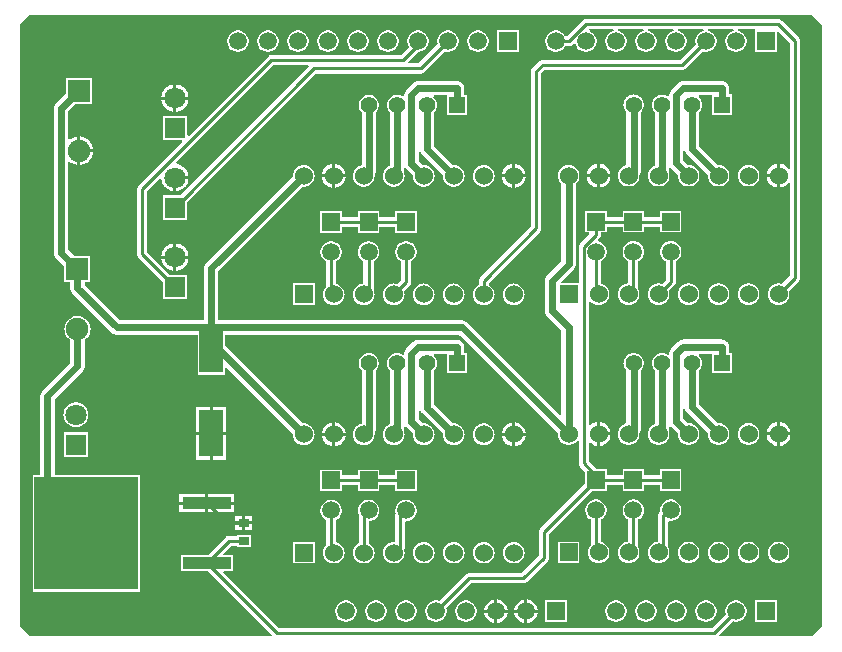
<source format=gtl>
G04*
G04 #@! TF.GenerationSoftware,Altium Limited,Altium Designer,18.1.7 (191)*
G04*
G04 Layer_Physical_Order=1*
G04 Layer_Color=255*
%FSLAX44Y44*%
%MOMM*%
G71*
G01*
G75*
%ADD11C,0.2540*%
%ADD31R,2.0000X4.0000*%
%ADD32R,0.9000X0.7000*%
%ADD33R,4.1500X1.0500*%
%ADD34R,8.8000X9.6000*%
%ADD35C,0.6096*%
%ADD36C,1.5240*%
%ADD37R,1.5240X1.5240*%
%ADD38C,1.9000*%
%ADD39R,1.9000X1.9000*%
%ADD40R,1.8000X1.8000*%
%ADD41C,1.8000*%
%ADD42C,1.5000*%
%ADD43R,1.5000X1.5000*%
%ADD44C,1.4000*%
%ADD45R,1.4000X1.4000*%
%ADD46R,1.5000X1.5000*%
G36*
X1397444Y955660D02*
X1397444Y446659D01*
X1389025Y438239D01*
X1310836D01*
X1310350Y439413D01*
X1322025Y451088D01*
X1322269Y451005D01*
X1323430Y450774D01*
X1324610Y450697D01*
X1325790Y450774D01*
X1326951Y451005D01*
X1328071Y451385D01*
X1329132Y451908D01*
X1330115Y452565D01*
X1331005Y453345D01*
X1331785Y454235D01*
X1332442Y455218D01*
X1332965Y456279D01*
X1333345Y457399D01*
X1333576Y458560D01*
X1333653Y459740D01*
X1333576Y460920D01*
X1333345Y462081D01*
X1332965Y463201D01*
X1332442Y464262D01*
X1331785Y465245D01*
X1331005Y466135D01*
X1330115Y466915D01*
X1329132Y467572D01*
X1328071Y468095D01*
X1326951Y468475D01*
X1325790Y468706D01*
X1324610Y468783D01*
X1323430Y468706D01*
X1322269Y468475D01*
X1321149Y468095D01*
X1320088Y467572D01*
X1319105Y466915D01*
X1318215Y466135D01*
X1317435Y465245D01*
X1316778Y464262D01*
X1316255Y463201D01*
X1315875Y462081D01*
X1315644Y460920D01*
X1315567Y459740D01*
X1315644Y458560D01*
X1315875Y457399D01*
X1315958Y457155D01*
X1304269Y445467D01*
X937681D01*
X890715Y492433D01*
X891201Y493606D01*
X898974D01*
Y507154D01*
X891201D01*
X890715Y508327D01*
X897413Y515025D01*
X901866D01*
Y514292D01*
X913914D01*
Y524340D01*
X901866D01*
Y523606D01*
X895636D01*
X895636Y523606D01*
X894799Y523524D01*
X893994Y523280D01*
X893252Y522883D01*
X892602Y522350D01*
X877406Y507154D01*
X854426D01*
Y493606D01*
X877406D01*
X931600Y439413D01*
X931114Y438239D01*
X726665D01*
X718482Y446314D01*
Y956580D01*
X726101Y964199D01*
X1388824Y964199D01*
X1397444Y955660D01*
D02*
G37*
%LPC*%
G36*
X1360351Y960989D02*
X1360350Y960989D01*
X1197410D01*
X1197410Y960989D01*
X1196573Y960906D01*
X1195768Y960662D01*
X1195026Y960266D01*
X1194376Y959732D01*
X1181328Y946684D01*
X1180074Y946797D01*
X1180042Y946862D01*
X1179385Y947845D01*
X1178605Y948735D01*
X1177715Y949515D01*
X1176732Y950172D01*
X1175671Y950695D01*
X1174551Y951075D01*
X1173390Y951306D01*
X1172210Y951383D01*
X1171030Y951306D01*
X1169869Y951075D01*
X1168749Y950695D01*
X1167688Y950172D01*
X1166705Y949515D01*
X1165815Y948735D01*
X1165035Y947845D01*
X1164378Y946862D01*
X1163855Y945801D01*
X1163475Y944681D01*
X1163244Y943520D01*
X1163167Y942340D01*
X1163244Y941160D01*
X1163475Y939999D01*
X1163855Y938879D01*
X1164378Y937818D01*
X1165035Y936835D01*
X1165815Y935945D01*
X1166705Y935165D01*
X1167688Y934508D01*
X1168749Y933985D01*
X1169869Y933605D01*
X1170062Y933567D01*
X1170568Y933296D01*
X1171373Y933052D01*
X1172210Y932969D01*
X1173047Y933052D01*
X1173852Y933296D01*
X1174358Y933567D01*
X1174551Y933605D01*
X1175671Y933985D01*
X1176732Y934508D01*
X1177715Y935165D01*
X1178605Y935945D01*
X1179385Y936835D01*
X1180042Y937818D01*
X1180156Y938049D01*
X1183052D01*
X1183052Y938049D01*
X1183889Y938132D01*
X1184694Y938376D01*
X1185436Y938773D01*
X1186086Y939306D01*
X1187447Y940667D01*
X1188825Y940249D01*
X1188875Y939999D01*
X1189255Y938879D01*
X1189778Y937818D01*
X1190435Y936835D01*
X1191215Y935945D01*
X1192105Y935165D01*
X1193088Y934508D01*
X1194149Y933985D01*
X1195269Y933605D01*
X1196430Y933374D01*
X1197610Y933297D01*
X1198790Y933374D01*
X1199951Y933605D01*
X1201071Y933985D01*
X1202132Y934508D01*
X1203115Y935165D01*
X1204005Y935945D01*
X1204785Y936835D01*
X1205442Y937818D01*
X1205965Y938879D01*
X1206345Y939999D01*
X1206576Y941160D01*
X1206653Y942340D01*
X1206576Y943520D01*
X1206345Y944681D01*
X1205965Y945801D01*
X1205442Y946862D01*
X1204785Y947845D01*
X1204005Y948735D01*
X1203115Y949515D01*
X1202132Y950172D01*
X1201071Y950695D01*
X1200885Y950758D01*
X1200119Y952235D01*
X1200134Y952334D01*
X1200163Y952407D01*
X1220857D01*
X1220982Y951137D01*
X1220669Y951075D01*
X1219549Y950695D01*
X1218488Y950172D01*
X1217505Y949515D01*
X1216615Y948735D01*
X1215835Y947845D01*
X1215178Y946862D01*
X1214655Y945801D01*
X1214275Y944681D01*
X1214044Y943520D01*
X1213967Y942340D01*
X1214044Y941160D01*
X1214275Y939999D01*
X1214655Y938879D01*
X1215178Y937818D01*
X1215835Y936835D01*
X1216615Y935945D01*
X1217505Y935165D01*
X1218488Y934508D01*
X1219549Y933985D01*
X1220669Y933605D01*
X1221830Y933374D01*
X1223010Y933297D01*
X1224190Y933374D01*
X1225351Y933605D01*
X1226471Y933985D01*
X1227532Y934508D01*
X1228515Y935165D01*
X1229405Y935945D01*
X1230185Y936835D01*
X1230842Y937818D01*
X1231365Y938879D01*
X1231745Y939999D01*
X1231976Y941160D01*
X1232053Y942340D01*
X1231976Y943520D01*
X1231745Y944681D01*
X1231365Y945801D01*
X1230842Y946862D01*
X1230185Y947845D01*
X1229405Y948735D01*
X1228515Y949515D01*
X1227532Y950172D01*
X1226471Y950695D01*
X1225351Y951075D01*
X1225038Y951137D01*
X1225163Y952407D01*
X1246257D01*
X1246382Y951137D01*
X1246069Y951075D01*
X1244949Y950695D01*
X1243888Y950172D01*
X1242905Y949515D01*
X1242015Y948735D01*
X1241235Y947845D01*
X1240578Y946862D01*
X1240055Y945801D01*
X1239675Y944681D01*
X1239444Y943520D01*
X1239367Y942340D01*
X1239444Y941160D01*
X1239675Y939999D01*
X1240055Y938879D01*
X1240578Y937818D01*
X1241235Y936835D01*
X1242015Y935945D01*
X1242905Y935165D01*
X1243888Y934508D01*
X1244949Y933985D01*
X1246069Y933605D01*
X1247230Y933374D01*
X1248410Y933297D01*
X1249590Y933374D01*
X1250751Y933605D01*
X1251871Y933985D01*
X1252932Y934508D01*
X1253915Y935165D01*
X1254805Y935945D01*
X1255585Y936835D01*
X1256242Y937818D01*
X1256765Y938879D01*
X1257145Y939999D01*
X1257376Y941160D01*
X1257453Y942340D01*
X1257376Y943520D01*
X1257145Y944681D01*
X1256765Y945801D01*
X1256242Y946862D01*
X1255585Y947845D01*
X1254805Y948735D01*
X1253915Y949515D01*
X1252932Y950172D01*
X1251871Y950695D01*
X1250751Y951075D01*
X1250438Y951137D01*
X1250563Y952407D01*
X1271657D01*
X1271782Y951137D01*
X1271469Y951075D01*
X1270349Y950695D01*
X1269288Y950172D01*
X1268305Y949515D01*
X1267415Y948735D01*
X1266635Y947845D01*
X1265978Y946862D01*
X1265455Y945801D01*
X1265075Y944681D01*
X1264844Y943520D01*
X1264767Y942340D01*
X1264844Y941160D01*
X1265075Y939999D01*
X1265455Y938879D01*
X1265978Y937818D01*
X1266635Y936835D01*
X1267415Y935945D01*
X1268305Y935165D01*
X1269288Y934508D01*
X1270349Y933985D01*
X1271469Y933605D01*
X1272630Y933374D01*
X1273810Y933297D01*
X1274990Y933374D01*
X1276151Y933605D01*
X1277271Y933985D01*
X1278332Y934508D01*
X1279315Y935165D01*
X1280205Y935945D01*
X1280985Y936835D01*
X1281642Y937818D01*
X1282165Y938879D01*
X1282545Y939999D01*
X1282776Y941160D01*
X1282853Y942340D01*
X1282776Y943520D01*
X1282545Y944681D01*
X1282165Y945801D01*
X1281642Y946862D01*
X1280985Y947845D01*
X1280205Y948735D01*
X1279315Y949515D01*
X1278332Y950172D01*
X1277271Y950695D01*
X1276151Y951075D01*
X1275838Y951137D01*
X1275963Y952407D01*
X1297057D01*
X1297182Y951137D01*
X1296869Y951075D01*
X1295749Y950695D01*
X1294688Y950172D01*
X1293705Y949515D01*
X1292815Y948735D01*
X1292035Y947845D01*
X1291378Y946862D01*
X1290855Y945801D01*
X1290475Y944681D01*
X1290244Y943520D01*
X1290167Y942340D01*
X1290244Y941160D01*
X1290475Y939999D01*
X1290558Y939755D01*
X1277373Y926571D01*
X1160909D01*
X1160909Y926571D01*
X1160071Y926489D01*
X1159267Y926245D01*
X1158525Y925848D01*
X1157875Y925315D01*
X1152375Y919815D01*
X1151842Y919165D01*
X1151445Y918423D01*
X1151201Y917618D01*
X1151119Y916781D01*
X1151119Y916781D01*
Y785467D01*
X1108026Y742375D01*
X1107493Y741724D01*
X1107096Y740983D01*
X1106852Y740178D01*
X1106770Y739341D01*
X1106770Y739340D01*
Y736028D01*
X1106479Y735885D01*
X1105482Y735219D01*
X1104581Y734428D01*
X1103790Y733527D01*
X1103124Y732531D01*
X1102594Y731456D01*
X1102209Y730321D01*
X1101975Y729145D01*
X1101897Y727949D01*
X1101975Y726753D01*
X1102209Y725577D01*
X1102594Y724442D01*
X1103124Y723367D01*
X1103790Y722370D01*
X1104581Y721469D01*
X1105482Y720679D01*
X1106479Y720013D01*
X1107554Y719483D01*
X1108689Y719098D01*
X1109864Y718864D01*
X1111060Y718785D01*
X1112256Y718864D01*
X1113432Y719098D01*
X1114567Y719483D01*
X1115642Y720013D01*
X1116639Y720679D01*
X1117540Y721469D01*
X1118330Y722370D01*
X1118996Y723367D01*
X1119526Y724442D01*
X1119912Y725577D01*
X1120145Y726753D01*
X1120224Y727949D01*
X1120145Y729145D01*
X1119912Y730321D01*
X1119526Y731456D01*
X1118996Y732531D01*
X1118330Y733527D01*
X1117540Y734428D01*
X1116639Y735219D01*
X1115642Y735885D01*
X1115351Y736028D01*
Y737563D01*
X1158443Y780656D01*
X1158443Y780656D01*
X1158977Y781306D01*
X1159373Y782048D01*
X1159617Y782853D01*
X1159700Y783690D01*
X1159700Y783690D01*
Y915004D01*
X1162686Y917990D01*
X1279150D01*
X1279151Y917990D01*
X1279988Y918072D01*
X1280793Y918317D01*
X1281534Y918713D01*
X1282185Y919247D01*
X1296626Y933688D01*
X1296869Y933605D01*
X1298030Y933374D01*
X1299210Y933297D01*
X1300390Y933374D01*
X1301551Y933605D01*
X1302671Y933985D01*
X1303732Y934508D01*
X1304715Y935165D01*
X1305605Y935945D01*
X1306385Y936835D01*
X1307042Y937818D01*
X1307565Y938879D01*
X1307945Y939999D01*
X1308176Y941160D01*
X1308253Y942340D01*
X1308176Y943520D01*
X1307945Y944681D01*
X1307565Y945801D01*
X1307042Y946862D01*
X1306385Y947845D01*
X1305605Y948735D01*
X1304715Y949515D01*
X1303732Y950172D01*
X1302671Y950695D01*
X1301551Y951075D01*
X1301238Y951137D01*
X1301363Y952407D01*
X1322457D01*
X1322582Y951137D01*
X1322269Y951075D01*
X1321149Y950695D01*
X1320088Y950172D01*
X1319105Y949515D01*
X1318215Y948735D01*
X1317435Y947845D01*
X1316778Y946862D01*
X1316255Y945801D01*
X1315875Y944681D01*
X1315644Y943520D01*
X1315567Y942340D01*
X1315644Y941160D01*
X1315875Y939999D01*
X1316255Y938879D01*
X1316778Y937818D01*
X1317435Y936835D01*
X1318215Y935945D01*
X1319105Y935165D01*
X1320088Y934508D01*
X1321149Y933985D01*
X1322269Y933605D01*
X1323430Y933374D01*
X1324610Y933297D01*
X1325790Y933374D01*
X1326951Y933605D01*
X1328071Y933985D01*
X1329132Y934508D01*
X1330115Y935165D01*
X1331005Y935945D01*
X1331785Y936835D01*
X1332442Y937818D01*
X1332965Y938879D01*
X1333345Y939999D01*
X1333576Y941160D01*
X1333653Y942340D01*
X1333576Y943520D01*
X1333345Y944681D01*
X1332965Y945801D01*
X1332442Y946862D01*
X1331785Y947845D01*
X1331005Y948735D01*
X1330115Y949515D01*
X1329132Y950172D01*
X1328071Y950695D01*
X1326951Y951075D01*
X1326638Y951137D01*
X1326763Y952407D01*
X1340439D01*
X1340986Y951364D01*
X1340986Y951137D01*
Y933316D01*
X1359034D01*
Y950151D01*
X1360304Y950677D01*
X1370418Y940563D01*
Y834489D01*
X1369148Y834104D01*
X1368771Y834669D01*
X1367893Y835670D01*
X1366891Y836548D01*
X1365784Y837288D01*
X1364589Y837877D01*
X1363328Y838305D01*
X1362022Y838565D01*
X1361963Y838569D01*
Y828470D01*
Y818372D01*
X1362022Y818376D01*
X1363328Y818635D01*
X1364589Y819063D01*
X1365784Y819653D01*
X1366891Y820393D01*
X1367893Y821271D01*
X1368771Y822272D01*
X1369148Y822837D01*
X1370418Y822451D01*
Y743933D01*
X1363372Y736887D01*
X1363065Y736992D01*
X1361889Y737225D01*
X1360693Y737304D01*
X1359497Y737225D01*
X1358321Y736992D01*
X1357186Y736606D01*
X1356111Y736076D01*
X1355115Y735410D01*
X1354213Y734620D01*
X1353423Y733719D01*
X1352757Y732722D01*
X1352227Y731647D01*
X1351842Y730512D01*
X1351608Y729336D01*
X1351529Y728140D01*
X1351608Y726944D01*
X1351842Y725769D01*
X1352227Y724633D01*
X1352757Y723559D01*
X1353423Y722562D01*
X1354213Y721661D01*
X1355115Y720870D01*
X1356111Y720204D01*
X1357186Y719674D01*
X1358321Y719289D01*
X1359497Y719055D01*
X1360693Y718977D01*
X1361889Y719055D01*
X1363065Y719289D01*
X1364200Y719674D01*
X1365275Y720204D01*
X1366272Y720870D01*
X1367173Y721661D01*
X1367963Y722562D01*
X1368629Y723559D01*
X1369159Y724633D01*
X1369544Y725769D01*
X1369778Y726944D01*
X1369857Y728140D01*
X1369778Y729336D01*
X1369544Y730512D01*
X1369440Y730819D01*
X1377742Y739122D01*
X1377743Y739122D01*
X1378276Y739772D01*
X1378673Y740514D01*
X1378917Y741319D01*
X1378999Y742156D01*
X1378999Y742156D01*
Y942340D01*
X1378999Y942340D01*
X1378917Y943177D01*
X1378673Y943982D01*
X1378276Y944724D01*
X1377743Y945374D01*
X1363385Y959732D01*
X1362734Y960266D01*
X1361993Y960662D01*
X1361188Y960906D01*
X1360351Y960989D01*
D02*
G37*
G36*
X1140594Y951364D02*
X1122546D01*
Y933316D01*
X1140594D01*
Y951364D01*
D02*
G37*
G36*
X1106170Y951383D02*
X1104990Y951306D01*
X1103829Y951075D01*
X1102709Y950695D01*
X1101648Y950172D01*
X1100665Y949515D01*
X1099775Y948735D01*
X1098995Y947845D01*
X1098338Y946862D01*
X1097815Y945801D01*
X1097435Y944681D01*
X1097204Y943520D01*
X1097127Y942340D01*
X1097204Y941160D01*
X1097435Y939999D01*
X1097815Y938879D01*
X1098338Y937818D01*
X1098995Y936835D01*
X1099775Y935945D01*
X1100665Y935165D01*
X1101648Y934508D01*
X1102709Y933985D01*
X1103829Y933605D01*
X1104990Y933374D01*
X1106170Y933297D01*
X1107350Y933374D01*
X1108511Y933605D01*
X1109631Y933985D01*
X1110692Y934508D01*
X1111675Y935165D01*
X1112565Y935945D01*
X1113345Y936835D01*
X1114002Y937818D01*
X1114525Y938879D01*
X1114905Y939999D01*
X1115136Y941160D01*
X1115213Y942340D01*
X1115136Y943520D01*
X1114905Y944681D01*
X1114525Y945801D01*
X1114002Y946862D01*
X1113345Y947845D01*
X1112565Y948735D01*
X1111675Y949515D01*
X1110692Y950172D01*
X1109631Y950695D01*
X1108511Y951075D01*
X1107350Y951306D01*
X1106170Y951383D01*
D02*
G37*
G36*
X1029970D02*
X1028790Y951306D01*
X1027629Y951075D01*
X1026509Y950695D01*
X1025448Y950172D01*
X1024465Y949515D01*
X1023575Y948735D01*
X1022795Y947845D01*
X1022138Y946862D01*
X1021615Y945801D01*
X1021235Y944681D01*
X1021004Y943520D01*
X1020927Y942340D01*
X1021004Y941160D01*
X1021235Y939999D01*
X1021615Y938879D01*
X1022138Y937818D01*
X1022795Y936835D01*
X1023575Y935945D01*
X1024465Y935165D01*
X1025448Y934508D01*
X1026509Y933985D01*
X1027629Y933605D01*
X1028790Y933374D01*
X1029970Y933297D01*
X1031150Y933374D01*
X1032311Y933605D01*
X1033431Y933985D01*
X1034492Y934508D01*
X1035475Y935165D01*
X1036365Y935945D01*
X1037145Y936835D01*
X1037802Y937818D01*
X1038325Y938879D01*
X1038705Y939999D01*
X1038936Y941160D01*
X1039013Y942340D01*
X1038936Y943520D01*
X1038705Y944681D01*
X1038325Y945801D01*
X1037802Y946862D01*
X1037145Y947845D01*
X1036365Y948735D01*
X1035475Y949515D01*
X1034492Y950172D01*
X1033431Y950695D01*
X1032311Y951075D01*
X1031150Y951306D01*
X1029970Y951383D01*
D02*
G37*
G36*
X1004570D02*
X1003390Y951306D01*
X1002229Y951075D01*
X1001109Y950695D01*
X1000048Y950172D01*
X999065Y949515D01*
X998175Y948735D01*
X997395Y947845D01*
X996738Y946862D01*
X996215Y945801D01*
X995835Y944681D01*
X995604Y943520D01*
X995527Y942340D01*
X995604Y941160D01*
X995835Y939999D01*
X996215Y938879D01*
X996738Y937818D01*
X997395Y936835D01*
X998175Y935945D01*
X999065Y935165D01*
X1000048Y934508D01*
X1001109Y933985D01*
X1002229Y933605D01*
X1003390Y933374D01*
X1004570Y933297D01*
X1005750Y933374D01*
X1006911Y933605D01*
X1008031Y933985D01*
X1009092Y934508D01*
X1010075Y935165D01*
X1010965Y935945D01*
X1011745Y936835D01*
X1012402Y937818D01*
X1012925Y938879D01*
X1013305Y939999D01*
X1013536Y941160D01*
X1013613Y942340D01*
X1013536Y943520D01*
X1013305Y944681D01*
X1012925Y945801D01*
X1012402Y946862D01*
X1011745Y947845D01*
X1010965Y948735D01*
X1010075Y949515D01*
X1009092Y950172D01*
X1008031Y950695D01*
X1006911Y951075D01*
X1005750Y951306D01*
X1004570Y951383D01*
D02*
G37*
G36*
X979170D02*
X977990Y951306D01*
X976829Y951075D01*
X975709Y950695D01*
X974648Y950172D01*
X973665Y949515D01*
X972775Y948735D01*
X971995Y947845D01*
X971338Y946862D01*
X970815Y945801D01*
X970435Y944681D01*
X970204Y943520D01*
X970127Y942340D01*
X970204Y941160D01*
X970435Y939999D01*
X970815Y938879D01*
X971338Y937818D01*
X971995Y936835D01*
X972775Y935945D01*
X973665Y935165D01*
X974648Y934508D01*
X975709Y933985D01*
X976829Y933605D01*
X977990Y933374D01*
X979170Y933297D01*
X980350Y933374D01*
X981511Y933605D01*
X982631Y933985D01*
X983692Y934508D01*
X984675Y935165D01*
X985565Y935945D01*
X986345Y936835D01*
X987002Y937818D01*
X987525Y938879D01*
X987905Y939999D01*
X988136Y941160D01*
X988213Y942340D01*
X988136Y943520D01*
X987905Y944681D01*
X987525Y945801D01*
X987002Y946862D01*
X986345Y947845D01*
X985565Y948735D01*
X984675Y949515D01*
X983692Y950172D01*
X982631Y950695D01*
X981511Y951075D01*
X980350Y951306D01*
X979170Y951383D01*
D02*
G37*
G36*
X953770D02*
X952590Y951306D01*
X951429Y951075D01*
X950309Y950695D01*
X949248Y950172D01*
X948265Y949515D01*
X947375Y948735D01*
X946595Y947845D01*
X945938Y946862D01*
X945415Y945801D01*
X945035Y944681D01*
X944804Y943520D01*
X944727Y942340D01*
X944804Y941160D01*
X945035Y939999D01*
X945415Y938879D01*
X945938Y937818D01*
X946595Y936835D01*
X947375Y935945D01*
X948265Y935165D01*
X949248Y934508D01*
X950309Y933985D01*
X951429Y933605D01*
X952590Y933374D01*
X953770Y933297D01*
X954950Y933374D01*
X956111Y933605D01*
X957231Y933985D01*
X958292Y934508D01*
X959275Y935165D01*
X960165Y935945D01*
X960945Y936835D01*
X961602Y937818D01*
X962125Y938879D01*
X962505Y939999D01*
X962736Y941160D01*
X962813Y942340D01*
X962736Y943520D01*
X962505Y944681D01*
X962125Y945801D01*
X961602Y946862D01*
X960945Y947845D01*
X960165Y948735D01*
X959275Y949515D01*
X958292Y950172D01*
X957231Y950695D01*
X956111Y951075D01*
X954950Y951306D01*
X953770Y951383D01*
D02*
G37*
G36*
X928370D02*
X927190Y951306D01*
X926029Y951075D01*
X924909Y950695D01*
X923848Y950172D01*
X922865Y949515D01*
X921975Y948735D01*
X921195Y947845D01*
X920538Y946862D01*
X920015Y945801D01*
X919635Y944681D01*
X919404Y943520D01*
X919327Y942340D01*
X919404Y941160D01*
X919635Y939999D01*
X920015Y938879D01*
X920538Y937818D01*
X921195Y936835D01*
X921975Y935945D01*
X922865Y935165D01*
X923848Y934508D01*
X924909Y933985D01*
X926029Y933605D01*
X927190Y933374D01*
X928370Y933297D01*
X929550Y933374D01*
X930711Y933605D01*
X931831Y933985D01*
X932892Y934508D01*
X933875Y935165D01*
X934765Y935945D01*
X935545Y936835D01*
X936202Y937818D01*
X936725Y938879D01*
X937105Y939999D01*
X937336Y941160D01*
X937413Y942340D01*
X937336Y943520D01*
X937105Y944681D01*
X936725Y945801D01*
X936202Y946862D01*
X935545Y947845D01*
X934765Y948735D01*
X933875Y949515D01*
X932892Y950172D01*
X931831Y950695D01*
X930711Y951075D01*
X929550Y951306D01*
X928370Y951383D01*
D02*
G37*
G36*
X902970D02*
X901790Y951306D01*
X900629Y951075D01*
X899509Y950695D01*
X898448Y950172D01*
X897465Y949515D01*
X896575Y948735D01*
X895795Y947845D01*
X895138Y946862D01*
X894615Y945801D01*
X894235Y944681D01*
X894004Y943520D01*
X893927Y942340D01*
X894004Y941160D01*
X894235Y939999D01*
X894615Y938879D01*
X895138Y937818D01*
X895795Y936835D01*
X896575Y935945D01*
X897465Y935165D01*
X898448Y934508D01*
X899509Y933985D01*
X900629Y933605D01*
X901790Y933374D01*
X902970Y933297D01*
X904150Y933374D01*
X905311Y933605D01*
X906431Y933985D01*
X907492Y934508D01*
X908475Y935165D01*
X909365Y935945D01*
X910145Y936835D01*
X910802Y937818D01*
X911325Y938879D01*
X911705Y939999D01*
X911936Y941160D01*
X912013Y942340D01*
X911936Y943520D01*
X911705Y944681D01*
X911325Y945801D01*
X910802Y946862D01*
X910145Y947845D01*
X909365Y948735D01*
X908475Y949515D01*
X907492Y950172D01*
X906431Y950695D01*
X905311Y951075D01*
X904150Y951306D01*
X902970Y951383D01*
D02*
G37*
G36*
X1080770D02*
X1079590Y951306D01*
X1078429Y951075D01*
X1077309Y950695D01*
X1076248Y950172D01*
X1075265Y949515D01*
X1074375Y948735D01*
X1073595Y947845D01*
X1072938Y946862D01*
X1072415Y945801D01*
X1072035Y944681D01*
X1071804Y943520D01*
X1071727Y942340D01*
X1071804Y941160D01*
X1072035Y939999D01*
X1072118Y939755D01*
X1055772Y923410D01*
X1047696D01*
X1047210Y924583D01*
X1055963Y933335D01*
X1056550Y933374D01*
X1057711Y933605D01*
X1058831Y933985D01*
X1059892Y934508D01*
X1060875Y935165D01*
X1061765Y935945D01*
X1062545Y936835D01*
X1063202Y937818D01*
X1063725Y938879D01*
X1064105Y939999D01*
X1064336Y941160D01*
X1064413Y942340D01*
X1064336Y943520D01*
X1064105Y944681D01*
X1063725Y945801D01*
X1063202Y946862D01*
X1062545Y947845D01*
X1061765Y948735D01*
X1060875Y949515D01*
X1059892Y950172D01*
X1058831Y950695D01*
X1057711Y951075D01*
X1056550Y951306D01*
X1055370Y951383D01*
X1054190Y951306D01*
X1053029Y951075D01*
X1051909Y950695D01*
X1050848Y950172D01*
X1049865Y949515D01*
X1048975Y948735D01*
X1048195Y947845D01*
X1047538Y946862D01*
X1047015Y945801D01*
X1046635Y944681D01*
X1046404Y943520D01*
X1046327Y942340D01*
X1046404Y941160D01*
X1046635Y939999D01*
X1047015Y938879D01*
X1047538Y937818D01*
X1047847Y937356D01*
X1040990Y930499D01*
X931305D01*
X931305Y930499D01*
X930468Y930416D01*
X929663Y930172D01*
X928921Y929775D01*
X928271Y929242D01*
X928271Y929242D01*
X861327Y862298D01*
X860154Y862784D01*
Y879204D01*
X839106D01*
Y858156D01*
X855526D01*
X856012Y856983D01*
X818892Y819863D01*
X818359Y819213D01*
X817962Y818471D01*
X817718Y817666D01*
X817635Y816829D01*
X817635Y816829D01*
Y761764D01*
X817635Y761764D01*
X817718Y760927D01*
X817962Y760122D01*
X818359Y759380D01*
X818892Y758730D01*
X839106Y738516D01*
Y723536D01*
X860154D01*
Y744584D01*
X845174D01*
X826217Y763541D01*
Y815052D01*
X836863Y825698D01*
X838043Y825301D01*
X838174Y825213D01*
X838459Y823777D01*
X838946Y822344D01*
X839615Y820988D01*
X840455Y819730D01*
X841452Y818593D01*
X842590Y817595D01*
X843848Y816755D01*
X845204Y816086D01*
X846637Y815599D01*
X848120Y815304D01*
X848360Y815288D01*
Y826770D01*
X849630D01*
Y828040D01*
X861112D01*
X861096Y828279D01*
X860801Y829763D01*
X860314Y831196D01*
X859645Y832552D01*
X858805Y833810D01*
X857807Y834948D01*
X856670Y835945D01*
X855412Y836785D01*
X854056Y837454D01*
X852623Y837941D01*
X851187Y838226D01*
X851099Y838357D01*
X850702Y839537D01*
X933082Y921917D01*
X962450D01*
X962936Y920744D01*
X854086Y811894D01*
X839106D01*
Y790846D01*
X860154D01*
Y805826D01*
X969157Y914829D01*
X1057549D01*
X1057549Y914829D01*
X1058386Y914911D01*
X1059191Y915155D01*
X1059933Y915552D01*
X1060583Y916085D01*
X1078186Y933688D01*
X1078429Y933605D01*
X1079590Y933374D01*
X1080770Y933297D01*
X1081950Y933374D01*
X1083111Y933605D01*
X1084231Y933985D01*
X1085292Y934508D01*
X1086275Y935165D01*
X1087165Y935945D01*
X1087945Y936835D01*
X1088602Y937818D01*
X1089125Y938879D01*
X1089505Y939999D01*
X1089736Y941160D01*
X1089813Y942340D01*
X1089736Y943520D01*
X1089505Y944681D01*
X1089125Y945801D01*
X1088602Y946862D01*
X1087945Y947845D01*
X1087165Y948735D01*
X1086275Y949515D01*
X1085292Y950172D01*
X1084231Y950695D01*
X1083111Y951075D01*
X1081950Y951306D01*
X1080770Y951383D01*
D02*
G37*
G36*
X1279815Y908474D02*
X1278866Y908399D01*
X1277941Y908177D01*
X1277061Y907813D01*
X1276249Y907316D01*
X1275526Y906697D01*
X1275525Y906697D01*
X1269838Y901010D01*
X1269220Y900286D01*
X1268722Y899474D01*
X1268358Y898594D01*
X1268136Y897669D01*
X1268061Y896720D01*
X1268061Y896719D01*
Y896324D01*
X1267901Y896148D01*
X1266791Y895662D01*
X1266278Y896005D01*
X1265276Y896499D01*
X1264218Y896858D01*
X1263122Y897076D01*
X1262007Y897149D01*
X1260892Y897076D01*
X1259796Y896858D01*
X1258738Y896499D01*
X1257736Y896005D01*
X1256807Y895384D01*
X1255967Y894647D01*
X1255230Y893807D01*
X1254609Y892878D01*
X1254115Y891876D01*
X1253756Y890818D01*
X1253538Y889722D01*
X1253465Y888607D01*
X1253538Y887492D01*
X1253756Y886396D01*
X1254115Y885338D01*
X1254609Y884336D01*
X1255230Y883407D01*
X1255940Y882597D01*
Y837057D01*
X1255586Y836936D01*
X1254511Y836406D01*
X1253515Y835740D01*
X1252613Y834950D01*
X1251823Y834049D01*
X1251157Y833052D01*
X1250627Y831977D01*
X1250242Y830842D01*
X1250008Y829666D01*
X1249929Y828470D01*
X1250008Y827274D01*
X1250242Y826099D01*
X1250627Y824964D01*
X1251157Y823888D01*
X1251823Y822892D01*
X1252613Y821991D01*
X1253515Y821200D01*
X1254511Y820534D01*
X1255586Y820004D01*
X1256721Y819619D01*
X1257897Y819385D01*
X1259093Y819307D01*
X1260289Y819385D01*
X1261465Y819619D01*
X1262600Y820004D01*
X1263675Y820534D01*
X1264671Y821200D01*
X1265573Y821991D01*
X1266363Y822892D01*
X1267029Y823888D01*
X1267559Y824964D01*
X1267944Y826099D01*
X1268178Y827274D01*
X1268257Y828470D01*
X1268178Y829666D01*
X1268006Y830530D01*
X1268074Y831384D01*
Y834709D01*
X1268817Y835073D01*
X1269344Y835125D01*
X1269838Y834546D01*
X1275365Y829018D01*
X1275329Y828470D01*
X1275408Y827274D01*
X1275642Y826099D01*
X1276027Y824964D01*
X1276557Y823888D01*
X1277223Y822892D01*
X1278013Y821991D01*
X1278915Y821200D01*
X1279911Y820534D01*
X1280986Y820004D01*
X1282121Y819619D01*
X1283297Y819385D01*
X1284493Y819307D01*
X1285689Y819385D01*
X1286865Y819619D01*
X1288000Y820004D01*
X1289075Y820534D01*
X1290072Y821200D01*
X1290973Y821991D01*
X1291763Y822892D01*
X1292429Y823888D01*
X1292959Y824964D01*
X1293344Y826099D01*
X1293578Y827274D01*
X1293657Y828470D01*
X1293578Y829666D01*
X1293344Y830842D01*
X1292959Y831977D01*
X1292429Y833052D01*
X1291763Y834049D01*
X1290973Y834950D01*
X1290072Y835740D01*
X1289075Y836406D01*
X1288000Y836936D01*
X1286865Y837322D01*
X1285689Y837555D01*
X1284493Y837634D01*
X1283945Y837598D01*
X1280194Y841349D01*
Y849651D01*
X1281464Y849801D01*
X1281637Y849082D01*
X1282001Y848202D01*
X1282499Y847391D01*
X1283117Y846667D01*
X1300765Y829018D01*
X1300729Y828470D01*
X1300808Y827274D01*
X1301042Y826099D01*
X1301427Y824964D01*
X1301957Y823888D01*
X1302623Y822892D01*
X1303413Y821991D01*
X1304315Y821200D01*
X1305311Y820534D01*
X1306386Y820004D01*
X1307521Y819619D01*
X1308697Y819385D01*
X1309893Y819307D01*
X1311089Y819385D01*
X1312265Y819619D01*
X1313400Y820004D01*
X1314475Y820534D01*
X1315471Y821200D01*
X1316373Y821991D01*
X1317163Y822892D01*
X1317829Y823888D01*
X1318359Y824964D01*
X1318744Y826099D01*
X1318978Y827274D01*
X1319057Y828470D01*
X1318978Y829666D01*
X1318744Y830842D01*
X1318359Y831977D01*
X1317829Y833052D01*
X1317163Y834049D01*
X1316373Y834950D01*
X1315471Y835740D01*
X1314475Y836406D01*
X1313400Y836936D01*
X1312265Y837322D01*
X1311089Y837555D01*
X1309893Y837634D01*
X1309345Y837598D01*
X1293474Y853469D01*
Y882597D01*
X1294184Y883407D01*
X1294805Y884336D01*
X1295299Y885338D01*
X1295658Y886396D01*
X1295876Y887492D01*
X1295949Y888607D01*
X1295876Y889722D01*
X1295658Y890818D01*
X1295299Y891876D01*
X1294805Y892878D01*
X1294184Y893807D01*
X1293447Y894647D01*
X1292964Y895071D01*
X1293439Y896341D01*
X1304283D01*
Y880083D01*
X1321331D01*
Y897131D01*
X1318874D01*
Y902407D01*
X1318799Y903356D01*
X1318577Y904282D01*
X1318212Y905162D01*
X1317715Y905973D01*
X1317097Y906697D01*
X1316373Y907315D01*
X1315561Y907813D01*
X1314682Y908177D01*
X1313756Y908399D01*
X1312807Y908474D01*
X1279816D01*
X1279815Y908474D01*
D02*
G37*
G36*
X1088574Y908474D02*
X1055774D01*
X1054825Y908399D01*
X1053899Y908177D01*
X1053020Y907813D01*
X1052208Y907315D01*
X1051484Y906697D01*
X1051484Y906697D01*
X1045605Y900818D01*
X1044987Y900094D01*
X1044490Y899283D01*
X1044125Y898403D01*
X1043903Y897477D01*
X1043828Y896528D01*
X1043828Y896528D01*
Y896133D01*
X1043668Y895956D01*
X1042558Y895471D01*
X1042045Y895813D01*
X1041043Y896308D01*
X1039985Y896667D01*
X1038889Y896885D01*
X1037774Y896958D01*
X1036659Y896885D01*
X1035563Y896667D01*
X1034505Y896308D01*
X1033503Y895813D01*
X1032574Y895193D01*
X1031734Y894456D01*
X1030997Y893616D01*
X1030376Y892687D01*
X1029882Y891684D01*
X1029523Y890626D01*
X1029305Y889530D01*
X1029232Y888416D01*
X1029305Y887301D01*
X1029523Y886205D01*
X1029882Y885147D01*
X1030376Y884144D01*
X1030997Y883215D01*
X1031708Y882405D01*
Y836865D01*
X1031354Y836745D01*
X1030278Y836215D01*
X1029282Y835549D01*
X1028381Y834759D01*
X1027590Y833857D01*
X1026924Y832861D01*
X1026394Y831786D01*
X1026009Y830651D01*
X1025775Y829475D01*
X1025697Y828279D01*
X1025775Y827083D01*
X1026009Y825907D01*
X1026394Y824772D01*
X1026924Y823697D01*
X1027590Y822700D01*
X1028381Y821799D01*
X1029282Y821009D01*
X1030278Y820343D01*
X1031354Y819813D01*
X1032489Y819427D01*
X1033664Y819194D01*
X1034860Y819115D01*
X1036056Y819194D01*
X1037232Y819427D01*
X1038367Y819813D01*
X1039442Y820343D01*
X1040439Y821009D01*
X1041340Y821799D01*
X1042130Y822700D01*
X1042796Y823697D01*
X1043326Y824772D01*
X1043712Y825907D01*
X1043945Y827083D01*
X1044024Y828279D01*
X1043945Y829475D01*
X1043774Y830339D01*
X1043841Y831193D01*
Y834518D01*
X1044584Y834881D01*
X1045111Y834933D01*
X1045605Y834354D01*
X1051133Y828827D01*
X1051097Y828279D01*
X1051175Y827083D01*
X1051409Y825907D01*
X1051794Y824772D01*
X1052324Y823697D01*
X1052990Y822700D01*
X1053781Y821799D01*
X1054682Y821009D01*
X1055678Y820343D01*
X1056754Y819813D01*
X1057889Y819427D01*
X1059064Y819194D01*
X1060260Y819115D01*
X1061456Y819194D01*
X1062632Y819427D01*
X1063767Y819813D01*
X1064842Y820343D01*
X1065839Y821009D01*
X1066740Y821799D01*
X1067530Y822700D01*
X1068196Y823697D01*
X1068726Y824772D01*
X1069112Y825907D01*
X1069345Y827083D01*
X1069424Y828279D01*
X1069345Y829475D01*
X1069112Y830651D01*
X1068726Y831786D01*
X1068196Y832861D01*
X1067530Y833857D01*
X1066740Y834759D01*
X1065839Y835549D01*
X1064842Y836215D01*
X1063767Y836745D01*
X1062632Y837130D01*
X1061456Y837364D01*
X1060260Y837442D01*
X1059712Y837407D01*
X1055962Y841157D01*
Y849460D01*
X1057232Y849610D01*
X1057404Y848890D01*
X1057769Y848011D01*
X1058266Y847199D01*
X1058884Y846475D01*
X1076533Y828827D01*
X1076497Y828279D01*
X1076575Y827083D01*
X1076809Y825907D01*
X1077194Y824772D01*
X1077724Y823697D01*
X1078390Y822700D01*
X1079181Y821799D01*
X1080082Y821009D01*
X1081078Y820343D01*
X1082154Y819813D01*
X1083289Y819427D01*
X1084464Y819194D01*
X1085660Y819115D01*
X1086856Y819194D01*
X1088032Y819427D01*
X1089167Y819813D01*
X1090242Y820343D01*
X1091239Y821009D01*
X1092140Y821799D01*
X1092930Y822700D01*
X1093596Y823697D01*
X1094126Y824772D01*
X1094512Y825907D01*
X1094745Y827083D01*
X1094824Y828279D01*
X1094745Y829475D01*
X1094512Y830651D01*
X1094126Y831786D01*
X1093596Y832861D01*
X1092930Y833857D01*
X1092140Y834759D01*
X1091239Y835549D01*
X1090242Y836215D01*
X1089167Y836745D01*
X1088032Y837130D01*
X1086856Y837364D01*
X1085660Y837442D01*
X1085112Y837407D01*
X1069241Y853278D01*
Y882405D01*
X1069951Y883215D01*
X1070572Y884144D01*
X1071066Y885147D01*
X1071425Y886205D01*
X1071643Y887301D01*
X1071717Y888416D01*
X1071643Y889530D01*
X1071425Y890626D01*
X1071066Y891684D01*
X1070572Y892687D01*
X1069951Y893616D01*
X1069214Y894456D01*
X1068513Y895071D01*
X1068565Y895578D01*
X1068942Y896341D01*
X1080050D01*
Y879892D01*
X1097098D01*
Y896939D01*
X1094641D01*
Y902407D01*
X1094566Y903356D01*
X1094344Y904282D01*
X1093980Y905162D01*
X1093482Y905973D01*
X1092864Y906697D01*
X1092140Y907315D01*
X1091328Y907813D01*
X1090449Y908177D01*
X1089523Y908399D01*
X1088574Y908474D01*
D02*
G37*
G36*
X850900Y905562D02*
Y895350D01*
X861112D01*
X861096Y895590D01*
X860801Y897073D01*
X860314Y898506D01*
X859645Y899862D01*
X858805Y901120D01*
X857807Y902258D01*
X856670Y903255D01*
X855412Y904095D01*
X854056Y904764D01*
X852623Y905251D01*
X851140Y905546D01*
X850900Y905562D01*
D02*
G37*
G36*
X848360D02*
X848120Y905546D01*
X846637Y905251D01*
X845204Y904764D01*
X843848Y904095D01*
X842590Y903255D01*
X841452Y902258D01*
X840455Y901120D01*
X839615Y899862D01*
X838946Y898506D01*
X838459Y897073D01*
X838164Y895590D01*
X838148Y895350D01*
X848360D01*
Y905562D01*
D02*
G37*
G36*
X861112Y892810D02*
X850900D01*
Y882598D01*
X851140Y882614D01*
X852623Y882909D01*
X854056Y883396D01*
X855412Y884065D01*
X856670Y884905D01*
X857807Y885902D01*
X858805Y887040D01*
X859645Y888298D01*
X860314Y889654D01*
X860801Y891087D01*
X861096Y892570D01*
X861112Y892810D01*
D02*
G37*
G36*
X848360D02*
X838148D01*
X838164Y892570D01*
X838459Y891087D01*
X838946Y889654D01*
X839615Y888298D01*
X840455Y887040D01*
X841452Y885902D01*
X842590Y884905D01*
X843848Y884065D01*
X845204Y883396D01*
X846637Y882909D01*
X848120Y882614D01*
X848360Y882598D01*
Y892810D01*
D02*
G37*
G36*
X769620Y861618D02*
Y850900D01*
X780338D01*
X780333Y850980D01*
X780107Y852313D01*
X779732Y853613D01*
X779215Y854862D01*
X778561Y856046D01*
X777778Y857149D01*
X776877Y858157D01*
X775869Y859058D01*
X774766Y859841D01*
X773582Y860495D01*
X772333Y861012D01*
X771033Y861387D01*
X769700Y861613D01*
X769620Y861618D01*
D02*
G37*
G36*
X780338Y848360D02*
X769620D01*
Y837642D01*
X769700Y837647D01*
X771033Y837873D01*
X772333Y838248D01*
X773582Y838765D01*
X774766Y839419D01*
X775869Y840202D01*
X776877Y841103D01*
X777778Y842111D01*
X778561Y843214D01*
X779215Y844398D01*
X779732Y845647D01*
X780107Y846947D01*
X780333Y848280D01*
X780338Y848360D01*
D02*
G37*
G36*
X779374Y911454D02*
X757326D01*
Y897986D01*
X749074Y889734D01*
X748456Y889010D01*
X747959Y888198D01*
X747594Y887319D01*
X747372Y886393D01*
X747297Y885444D01*
X747297Y885444D01*
Y763016D01*
X747297Y763016D01*
X747372Y762067D01*
X747594Y761141D01*
X747959Y760262D01*
X748456Y759450D01*
X749074Y758726D01*
X756056Y751744D01*
Y738276D01*
X761013D01*
Y733044D01*
X761013Y733044D01*
X761088Y732095D01*
X761310Y731169D01*
X761674Y730290D01*
X762172Y729478D01*
X762790Y728754D01*
X795963Y695581D01*
X795963Y695581D01*
X796687Y694963D01*
X797499Y694465D01*
X798379Y694101D01*
X799304Y693879D01*
X800253Y693804D01*
X868819D01*
Y659884D01*
X891867D01*
Y665947D01*
X893040Y666433D01*
X949524Y609949D01*
X949497Y609538D01*
X949575Y608342D01*
X949809Y607167D01*
X950194Y606032D01*
X950724Y604957D01*
X951390Y603960D01*
X952181Y603059D01*
X953082Y602268D01*
X954079Y601603D01*
X955154Y601073D01*
X956289Y600687D01*
X957464Y600453D01*
X958660Y600375D01*
X959856Y600453D01*
X961032Y600687D01*
X962167Y601073D01*
X963242Y601603D01*
X964239Y602268D01*
X965140Y603059D01*
X965930Y603960D01*
X966596Y604957D01*
X967126Y606032D01*
X967512Y607167D01*
X967746Y608342D01*
X967824Y609538D01*
X967746Y610735D01*
X967512Y611910D01*
X967126Y613045D01*
X966596Y614120D01*
X965930Y615117D01*
X965140Y616018D01*
X964239Y616809D01*
X963242Y617475D01*
X962167Y618005D01*
X961032Y618390D01*
X959856Y618624D01*
X958660Y618702D01*
X957975Y618657D01*
X891867Y684765D01*
Y693804D01*
X1090239D01*
X1173765Y610278D01*
X1173729Y609730D01*
X1173808Y608534D01*
X1174042Y607358D01*
X1174427Y606223D01*
X1174957Y605148D01*
X1175623Y604151D01*
X1176413Y603250D01*
X1177315Y602460D01*
X1178311Y601794D01*
X1179386Y601264D01*
X1180521Y600879D01*
X1181697Y600645D01*
X1182893Y600566D01*
X1184089Y600645D01*
X1185265Y600879D01*
X1186400Y601264D01*
X1187475Y601794D01*
X1188472Y602460D01*
X1189373Y603250D01*
X1190163Y604151D01*
X1190188Y604189D01*
X1191458Y603804D01*
Y584750D01*
X1191458Y584750D01*
X1191541Y583913D01*
X1191785Y583108D01*
X1192181Y582366D01*
X1192715Y581716D01*
X1197019Y577412D01*
Y567705D01*
X1159025Y529711D01*
X1158491Y529060D01*
X1158094Y528319D01*
X1157850Y527514D01*
X1157768Y526677D01*
X1157768Y526676D01*
Y506791D01*
X1142803Y491826D01*
X1098406D01*
X1098406Y491826D01*
X1097569Y491744D01*
X1096764Y491500D01*
X1096022Y491103D01*
X1095372Y490569D01*
X1095371Y490569D01*
X1073195Y468392D01*
X1072951Y468475D01*
X1071790Y468706D01*
X1070610Y468783D01*
X1069430Y468706D01*
X1068269Y468475D01*
X1067149Y468095D01*
X1066088Y467572D01*
X1065105Y466915D01*
X1064215Y466135D01*
X1063435Y465245D01*
X1062778Y464262D01*
X1062255Y463201D01*
X1061875Y462081D01*
X1061644Y460920D01*
X1061567Y459740D01*
X1061644Y458560D01*
X1061875Y457399D01*
X1062255Y456279D01*
X1062778Y455218D01*
X1063435Y454235D01*
X1064215Y453345D01*
X1065105Y452565D01*
X1066088Y451908D01*
X1067149Y451385D01*
X1068269Y451005D01*
X1069430Y450774D01*
X1070610Y450697D01*
X1071790Y450774D01*
X1072951Y451005D01*
X1074071Y451385D01*
X1075132Y451908D01*
X1076115Y452565D01*
X1077005Y453345D01*
X1077785Y454235D01*
X1078442Y455218D01*
X1078965Y456279D01*
X1079345Y457399D01*
X1079576Y458560D01*
X1079653Y459740D01*
X1079576Y460920D01*
X1079345Y462081D01*
X1079262Y462324D01*
X1100183Y483245D01*
X1144580D01*
X1144581Y483245D01*
X1145418Y483327D01*
X1146223Y483572D01*
X1146964Y483968D01*
X1147615Y484502D01*
X1165092Y501979D01*
X1165092Y501979D01*
X1165626Y502630D01*
X1166022Y503371D01*
X1166267Y504176D01*
X1166349Y505013D01*
X1166349Y505014D01*
Y524899D01*
X1203087Y561637D01*
X1215067D01*
Y566370D01*
X1228719D01*
Y561637D01*
X1246767D01*
Y566370D01*
X1260419D01*
Y561637D01*
X1278467D01*
Y579685D01*
X1260419D01*
Y574952D01*
X1246767D01*
Y579685D01*
X1228719D01*
Y574952D01*
X1215067D01*
Y579685D01*
X1206881D01*
X1200040Y586527D01*
Y601806D01*
X1200524Y602139D01*
X1201310Y602341D01*
X1202095Y601652D01*
X1203202Y600912D01*
X1204397Y600323D01*
X1205658Y599895D01*
X1206964Y599635D01*
X1207023Y599631D01*
Y609730D01*
Y619828D01*
X1206964Y619825D01*
X1205658Y619565D01*
X1204397Y619137D01*
X1203202Y618548D01*
X1202095Y617808D01*
X1201310Y617119D01*
X1200524Y617321D01*
X1200040Y617654D01*
Y721808D01*
X1200042Y721810D01*
X1201310Y722235D01*
X1201813Y721661D01*
X1202715Y720870D01*
X1203711Y720204D01*
X1204786Y719674D01*
X1205921Y719289D01*
X1207097Y719055D01*
X1208293Y718977D01*
X1209489Y719055D01*
X1210665Y719289D01*
X1211800Y719674D01*
X1212875Y720204D01*
X1213872Y720870D01*
X1214773Y721661D01*
X1215563Y722562D01*
X1216229Y723559D01*
X1216759Y724633D01*
X1217144Y725769D01*
X1217378Y726944D01*
X1217457Y728140D01*
X1217378Y729336D01*
X1217144Y730512D01*
X1216759Y731647D01*
X1216229Y732722D01*
X1215563Y733719D01*
X1214773Y734620D01*
X1213872Y735410D01*
X1212875Y736076D01*
X1211800Y736606D01*
X1210665Y736992D01*
X1210333Y737057D01*
Y756056D01*
X1210565Y756170D01*
X1211548Y756827D01*
X1212438Y757607D01*
X1213217Y758496D01*
X1213875Y759480D01*
X1214398Y760541D01*
X1214778Y761661D01*
X1215009Y762821D01*
X1215086Y764001D01*
X1215009Y765182D01*
X1214778Y766342D01*
X1214398Y767462D01*
X1213875Y768523D01*
X1213217Y769507D01*
X1212438Y770396D01*
X1211548Y771176D01*
X1210565Y771833D01*
X1209504Y772356D01*
X1208383Y772737D01*
X1208134Y772786D01*
X1207716Y774164D01*
X1209077Y775525D01*
X1209077Y775525D01*
X1209610Y776176D01*
X1210007Y776917D01*
X1210251Y777722D01*
X1210334Y778559D01*
X1210333Y778560D01*
Y780377D01*
X1215067D01*
Y785111D01*
X1228719D01*
Y780377D01*
X1246767D01*
Y785111D01*
X1260419D01*
Y780377D01*
X1278467D01*
Y798425D01*
X1260419D01*
Y793692D01*
X1246767D01*
Y798425D01*
X1228719D01*
Y793692D01*
X1215067D01*
Y798425D01*
X1197019D01*
Y780377D01*
X1199997D01*
X1200523Y779107D01*
X1192715Y771299D01*
X1192181Y770649D01*
X1191785Y769907D01*
X1191541Y769102D01*
X1191458Y768265D01*
X1191458Y768265D01*
Y737284D01*
X1176810D01*
X1176324Y738458D01*
X1187183Y749316D01*
X1187801Y750040D01*
X1188298Y750852D01*
X1188663Y751731D01*
X1188885Y752657D01*
X1188960Y753606D01*
X1188960Y753606D01*
Y821628D01*
X1189373Y821991D01*
X1190163Y822892D01*
X1190829Y823888D01*
X1191359Y824964D01*
X1191744Y826099D01*
X1191978Y827274D01*
X1192057Y828470D01*
X1191978Y829666D01*
X1191744Y830842D01*
X1191359Y831977D01*
X1190829Y833052D01*
X1190163Y834049D01*
X1189373Y834950D01*
X1188472Y835740D01*
X1187475Y836406D01*
X1186400Y836936D01*
X1185265Y837322D01*
X1184089Y837555D01*
X1182893Y837634D01*
X1181697Y837555D01*
X1180521Y837322D01*
X1179386Y836936D01*
X1178311Y836406D01*
X1177315Y835740D01*
X1176413Y834950D01*
X1175623Y834049D01*
X1174957Y833052D01*
X1174427Y831977D01*
X1174042Y830842D01*
X1173808Y829666D01*
X1173729Y828470D01*
X1173808Y827274D01*
X1174042Y826099D01*
X1174427Y824964D01*
X1174957Y823888D01*
X1175623Y822892D01*
X1176413Y821991D01*
X1176826Y821628D01*
Y756119D01*
X1164531Y743824D01*
X1163913Y743100D01*
X1163416Y742288D01*
X1163051Y741409D01*
X1162829Y740483D01*
X1162754Y739534D01*
X1162754Y739534D01*
Y714069D01*
X1162754Y714068D01*
X1162829Y713119D01*
X1163051Y712194D01*
X1163416Y711314D01*
X1163913Y710502D01*
X1164531Y709779D01*
X1176826Y697483D01*
Y626036D01*
X1175653Y625550D01*
X1097042Y704161D01*
X1096318Y704779D01*
X1095506Y705276D01*
X1094627Y705641D01*
X1093701Y705863D01*
X1092752Y705938D01*
X1092752Y705938D01*
X886410D01*
Y747449D01*
X958112Y819151D01*
X958660Y819115D01*
X959856Y819194D01*
X961032Y819427D01*
X962167Y819813D01*
X963242Y820343D01*
X964239Y821009D01*
X965140Y821799D01*
X965930Y822700D01*
X966596Y823697D01*
X967126Y824772D01*
X967512Y825907D01*
X967746Y827083D01*
X967824Y828279D01*
X967746Y829475D01*
X967512Y830651D01*
X967126Y831786D01*
X966596Y832861D01*
X965930Y833857D01*
X965140Y834759D01*
X964239Y835549D01*
X963242Y836215D01*
X962167Y836745D01*
X961032Y837130D01*
X959856Y837364D01*
X958660Y837442D01*
X957464Y837364D01*
X956289Y837130D01*
X955154Y836745D01*
X954079Y836215D01*
X953082Y835549D01*
X952181Y834759D01*
X951390Y833857D01*
X950724Y832861D01*
X950194Y831786D01*
X949809Y830651D01*
X949575Y829475D01*
X949497Y828279D01*
X949533Y827731D01*
X876053Y754251D01*
X875435Y753528D01*
X874938Y752716D01*
X874573Y751836D01*
X874351Y750911D01*
X874276Y749962D01*
X874276Y749961D01*
Y705938D01*
X802766D01*
X773147Y735557D01*
Y738276D01*
X778104D01*
Y760324D01*
X764636D01*
X759431Y765529D01*
Y839750D01*
X760701Y840319D01*
X760831Y840202D01*
X761934Y839419D01*
X763118Y838765D01*
X764367Y838248D01*
X765667Y837873D01*
X767000Y837647D01*
X767080Y837642D01*
Y849630D01*
Y861618D01*
X767000Y861613D01*
X765667Y861387D01*
X764367Y861012D01*
X763118Y860495D01*
X761934Y859841D01*
X760831Y859058D01*
X760701Y858941D01*
X759431Y859510D01*
Y882931D01*
X765906Y889406D01*
X779374D01*
Y911454D01*
D02*
G37*
G36*
X1209563Y838569D02*
Y829740D01*
X1218392D01*
X1218388Y829799D01*
X1218128Y831105D01*
X1217700Y832367D01*
X1217111Y833561D01*
X1216371Y834669D01*
X1215493Y835670D01*
X1214491Y836548D01*
X1213384Y837288D01*
X1212189Y837877D01*
X1210928Y838305D01*
X1209622Y838565D01*
X1209563Y838569D01*
D02*
G37*
G36*
X1359423D02*
X1359364Y838565D01*
X1358058Y838305D01*
X1356797Y837877D01*
X1355602Y837288D01*
X1354495Y836548D01*
X1353493Y835670D01*
X1352615Y834669D01*
X1351875Y833561D01*
X1351286Y832367D01*
X1350858Y831105D01*
X1350598Y829799D01*
X1350594Y829740D01*
X1359423D01*
Y838569D01*
D02*
G37*
G36*
X1207023D02*
X1206964Y838565D01*
X1205658Y838305D01*
X1204397Y837877D01*
X1203202Y837288D01*
X1202095Y836548D01*
X1201093Y835670D01*
X1200215Y834669D01*
X1199475Y833561D01*
X1198886Y832367D01*
X1198458Y831105D01*
X1198198Y829799D01*
X1198195Y829740D01*
X1207023D01*
Y838569D01*
D02*
G37*
G36*
X1137730Y838377D02*
Y829549D01*
X1146559D01*
X1146555Y829608D01*
X1146295Y830914D01*
X1145867Y832175D01*
X1145278Y833370D01*
X1144538Y834477D01*
X1143660Y835479D01*
X1142659Y836357D01*
X1141551Y837096D01*
X1140357Y837686D01*
X1139096Y838114D01*
X1137789Y838374D01*
X1137730Y838377D01*
D02*
G37*
G36*
X985330D02*
Y829549D01*
X994159D01*
X994155Y829608D01*
X993895Y830914D01*
X993467Y832175D01*
X992878Y833370D01*
X992138Y834477D01*
X991260Y835479D01*
X990259Y836357D01*
X989151Y837096D01*
X987957Y837686D01*
X986696Y838114D01*
X985389Y838374D01*
X985330Y838377D01*
D02*
G37*
G36*
X1135190D02*
X1135131Y838374D01*
X1133825Y838114D01*
X1132564Y837686D01*
X1131369Y837096D01*
X1130262Y836357D01*
X1129261Y835479D01*
X1128383Y834477D01*
X1127643Y833370D01*
X1127054Y832175D01*
X1126626Y830914D01*
X1126366Y829608D01*
X1126362Y829549D01*
X1135190D01*
Y838377D01*
D02*
G37*
G36*
X982790D02*
X982731Y838374D01*
X981425Y838114D01*
X980164Y837686D01*
X978969Y837096D01*
X977862Y836357D01*
X976861Y835479D01*
X975983Y834477D01*
X975243Y833370D01*
X974653Y832175D01*
X974225Y830914D01*
X973966Y829608D01*
X973962Y829549D01*
X982790D01*
Y838377D01*
D02*
G37*
G36*
X1335293Y837634D02*
X1334097Y837555D01*
X1332921Y837322D01*
X1331786Y836936D01*
X1330711Y836406D01*
X1329715Y835740D01*
X1328813Y834950D01*
X1328023Y834049D01*
X1327357Y833052D01*
X1326827Y831977D01*
X1326442Y830842D01*
X1326208Y829666D01*
X1326129Y828470D01*
X1326208Y827274D01*
X1326442Y826099D01*
X1326827Y824964D01*
X1327357Y823888D01*
X1328023Y822892D01*
X1328813Y821991D01*
X1329715Y821200D01*
X1330711Y820534D01*
X1331786Y820004D01*
X1332921Y819619D01*
X1334097Y819385D01*
X1335293Y819307D01*
X1336489Y819385D01*
X1337665Y819619D01*
X1338800Y820004D01*
X1339875Y820534D01*
X1340871Y821200D01*
X1341773Y821991D01*
X1342563Y822892D01*
X1343229Y823888D01*
X1343759Y824964D01*
X1344144Y826099D01*
X1344378Y827274D01*
X1344457Y828470D01*
X1344378Y829666D01*
X1344144Y830842D01*
X1343759Y831977D01*
X1343229Y833052D01*
X1342563Y834049D01*
X1341773Y834950D01*
X1340871Y835740D01*
X1339875Y836406D01*
X1338800Y836936D01*
X1337665Y837322D01*
X1336489Y837555D01*
X1335293Y837634D01*
D02*
G37*
G36*
X1237877Y897149D02*
X1236762Y897076D01*
X1235666Y896858D01*
X1234608Y896499D01*
X1233606Y896005D01*
X1232677Y895384D01*
X1231837Y894647D01*
X1231100Y893807D01*
X1230479Y892878D01*
X1229985Y891876D01*
X1229626Y890818D01*
X1229408Y889722D01*
X1229335Y888607D01*
X1229408Y887492D01*
X1229626Y886396D01*
X1229985Y885338D01*
X1230479Y884336D01*
X1231100Y883407D01*
X1231810Y882597D01*
Y837419D01*
X1231321Y837322D01*
X1230186Y836936D01*
X1229111Y836406D01*
X1228115Y835740D01*
X1227213Y834950D01*
X1226423Y834049D01*
X1225757Y833052D01*
X1225227Y831977D01*
X1224842Y830842D01*
X1224608Y829666D01*
X1224529Y828470D01*
X1224608Y827274D01*
X1224842Y826099D01*
X1225227Y824964D01*
X1225757Y823888D01*
X1226423Y822892D01*
X1227213Y821991D01*
X1228115Y821200D01*
X1229111Y820534D01*
X1230186Y820004D01*
X1231321Y819619D01*
X1232497Y819385D01*
X1233693Y819307D01*
X1234889Y819385D01*
X1236065Y819619D01*
X1237200Y820004D01*
X1238275Y820534D01*
X1239271Y821200D01*
X1240173Y821991D01*
X1240963Y822892D01*
X1241629Y823888D01*
X1242159Y824964D01*
X1242544Y826099D01*
X1242778Y827274D01*
X1242857Y828470D01*
X1242813Y829134D01*
X1243282Y829900D01*
X1243647Y830779D01*
X1243869Y831705D01*
X1243944Y832654D01*
Y882597D01*
X1244654Y883407D01*
X1245275Y884336D01*
X1245769Y885338D01*
X1246128Y886396D01*
X1246346Y887492D01*
X1246419Y888607D01*
X1246346Y889722D01*
X1246128Y890818D01*
X1245769Y891876D01*
X1245275Y892878D01*
X1244654Y893807D01*
X1243917Y894647D01*
X1243077Y895384D01*
X1242148Y896005D01*
X1241146Y896499D01*
X1240088Y896858D01*
X1238992Y897076D01*
X1237877Y897149D01*
D02*
G37*
G36*
X1111060Y837442D02*
X1109864Y837364D01*
X1108689Y837130D01*
X1107554Y836745D01*
X1106479Y836215D01*
X1105482Y835549D01*
X1104581Y834759D01*
X1103790Y833857D01*
X1103124Y832861D01*
X1102594Y831786D01*
X1102209Y830651D01*
X1101975Y829475D01*
X1101897Y828279D01*
X1101975Y827083D01*
X1102209Y825907D01*
X1102594Y824772D01*
X1103124Y823697D01*
X1103790Y822700D01*
X1104581Y821799D01*
X1105482Y821009D01*
X1106479Y820343D01*
X1107554Y819813D01*
X1108689Y819427D01*
X1109864Y819194D01*
X1111060Y819115D01*
X1112256Y819194D01*
X1113432Y819427D01*
X1114567Y819813D01*
X1115642Y820343D01*
X1116639Y821009D01*
X1117540Y821799D01*
X1118330Y822700D01*
X1118996Y823697D01*
X1119526Y824772D01*
X1119912Y825907D01*
X1120145Y827083D01*
X1120224Y828279D01*
X1120145Y829475D01*
X1119912Y830651D01*
X1119526Y831786D01*
X1118996Y832861D01*
X1118330Y833857D01*
X1117540Y834759D01*
X1116639Y835549D01*
X1115642Y836215D01*
X1114567Y836745D01*
X1113432Y837130D01*
X1112256Y837364D01*
X1111060Y837442D01*
D02*
G37*
G36*
X1013644Y896958D02*
X1012529Y896885D01*
X1011433Y896667D01*
X1010375Y896308D01*
X1009373Y895813D01*
X1008444Y895193D01*
X1007604Y894456D01*
X1006867Y893616D01*
X1006246Y892687D01*
X1005752Y891684D01*
X1005393Y890626D01*
X1005175Y889530D01*
X1005102Y888416D01*
X1005175Y887301D01*
X1005393Y886205D01*
X1005752Y885147D01*
X1006246Y884144D01*
X1006867Y883215D01*
X1007578Y882405D01*
Y837227D01*
X1007089Y837130D01*
X1005954Y836745D01*
X1004878Y836215D01*
X1003882Y835549D01*
X1002981Y834759D01*
X1002190Y833857D01*
X1001524Y832861D01*
X1000994Y831786D01*
X1000609Y830651D01*
X1000375Y829475D01*
X1000297Y828279D01*
X1000375Y827083D01*
X1000609Y825907D01*
X1000994Y824772D01*
X1001524Y823697D01*
X1002190Y822700D01*
X1002981Y821799D01*
X1003882Y821009D01*
X1004878Y820343D01*
X1005954Y819813D01*
X1007089Y819427D01*
X1008264Y819194D01*
X1009460Y819115D01*
X1010656Y819194D01*
X1011832Y819427D01*
X1012967Y819813D01*
X1014042Y820343D01*
X1015039Y821009D01*
X1015940Y821799D01*
X1016730Y822700D01*
X1017396Y823697D01*
X1017926Y824772D01*
X1018312Y825907D01*
X1018546Y827083D01*
X1018624Y828279D01*
X1018580Y828943D01*
X1019050Y829708D01*
X1019414Y830588D01*
X1019636Y831514D01*
X1019711Y832463D01*
Y882405D01*
X1020421Y883215D01*
X1021042Y884144D01*
X1021536Y885147D01*
X1021895Y886205D01*
X1022113Y887301D01*
X1022187Y888416D01*
X1022113Y889530D01*
X1021895Y890626D01*
X1021536Y891684D01*
X1021042Y892687D01*
X1020421Y893616D01*
X1019685Y894456D01*
X1018844Y895193D01*
X1017915Y895813D01*
X1016913Y896308D01*
X1015855Y896667D01*
X1014759Y896885D01*
X1013644Y896958D01*
D02*
G37*
G36*
X1218392Y827200D02*
X1209563D01*
Y818372D01*
X1209622Y818376D01*
X1210928Y818635D01*
X1212189Y819063D01*
X1213384Y819653D01*
X1214491Y820393D01*
X1215493Y821271D01*
X1216371Y822272D01*
X1217111Y823379D01*
X1217700Y824574D01*
X1218128Y825835D01*
X1218388Y827141D01*
X1218392Y827200D01*
D02*
G37*
G36*
X1359423D02*
X1350594D01*
X1350598Y827141D01*
X1350858Y825835D01*
X1351286Y824574D01*
X1351875Y823379D01*
X1352615Y822272D01*
X1353493Y821271D01*
X1354495Y820393D01*
X1355602Y819653D01*
X1356797Y819063D01*
X1358058Y818635D01*
X1359364Y818376D01*
X1359423Y818372D01*
Y827200D01*
D02*
G37*
G36*
X1207023D02*
X1198195D01*
X1198198Y827141D01*
X1198458Y825835D01*
X1198886Y824574D01*
X1199475Y823379D01*
X1200215Y822272D01*
X1201093Y821271D01*
X1202095Y820393D01*
X1203202Y819653D01*
X1204397Y819063D01*
X1205658Y818635D01*
X1206964Y818376D01*
X1207023Y818372D01*
Y827200D01*
D02*
G37*
G36*
X994159Y827009D02*
X985330D01*
Y818180D01*
X985389Y818184D01*
X986696Y818444D01*
X987957Y818872D01*
X989151Y819461D01*
X990259Y820201D01*
X991260Y821079D01*
X992138Y822081D01*
X992878Y823188D01*
X993467Y824382D01*
X993895Y825644D01*
X994155Y826950D01*
X994159Y827009D01*
D02*
G37*
G36*
X1146559D02*
X1137730D01*
Y818180D01*
X1137789Y818184D01*
X1139096Y818444D01*
X1140357Y818872D01*
X1141551Y819461D01*
X1142659Y820201D01*
X1143660Y821079D01*
X1144538Y822081D01*
X1145278Y823188D01*
X1145867Y824382D01*
X1146295Y825644D01*
X1146555Y826950D01*
X1146559Y827009D01*
D02*
G37*
G36*
X1135190D02*
X1126362D01*
X1126366Y826950D01*
X1126626Y825644D01*
X1127054Y824382D01*
X1127643Y823188D01*
X1128383Y822081D01*
X1129261Y821079D01*
X1130262Y820201D01*
X1131369Y819461D01*
X1132564Y818872D01*
X1133825Y818444D01*
X1135131Y818184D01*
X1135190Y818180D01*
Y827009D01*
D02*
G37*
G36*
X982790D02*
X973962D01*
X973966Y826950D01*
X974225Y825644D01*
X974653Y824382D01*
X975243Y823188D01*
X975983Y822081D01*
X976861Y821079D01*
X977862Y820201D01*
X978969Y819461D01*
X980164Y818872D01*
X981425Y818444D01*
X982731Y818184D01*
X982790Y818180D01*
Y827009D01*
D02*
G37*
G36*
X861112Y825500D02*
X850900D01*
Y815288D01*
X851140Y815304D01*
X852623Y815599D01*
X854056Y816086D01*
X855412Y816755D01*
X856670Y817595D01*
X857807Y818593D01*
X858805Y819730D01*
X859645Y820988D01*
X860314Y822344D01*
X860801Y823777D01*
X861096Y825260D01*
X861112Y825500D01*
D02*
G37*
G36*
X1054234Y798234D02*
X1036186D01*
Y793501D01*
X1022534D01*
Y798234D01*
X1004486D01*
Y793501D01*
X990834D01*
Y798234D01*
X972786D01*
Y780186D01*
X990834D01*
Y784919D01*
X1004486D01*
Y780186D01*
X1022534D01*
Y784919D01*
X1036186D01*
Y780186D01*
X1054234D01*
Y798234D01*
D02*
G37*
G36*
X850900Y770941D02*
Y760730D01*
X861112D01*
X861096Y760969D01*
X860801Y762453D01*
X860314Y763886D01*
X859645Y765242D01*
X858805Y766500D01*
X857807Y767637D01*
X856670Y768635D01*
X855412Y769475D01*
X854056Y770144D01*
X852623Y770631D01*
X851140Y770926D01*
X850900Y770941D01*
D02*
G37*
G36*
X848360D02*
X848120Y770926D01*
X846637Y770631D01*
X845204Y770144D01*
X843848Y769475D01*
X842590Y768635D01*
X841452Y767637D01*
X840455Y766500D01*
X839615Y765242D01*
X838946Y763886D01*
X838459Y762453D01*
X838164Y760969D01*
X838148Y760730D01*
X848360D01*
Y770941D01*
D02*
G37*
G36*
X861112Y758190D02*
X850900D01*
Y747979D01*
X851140Y747994D01*
X852623Y748289D01*
X854056Y748776D01*
X855412Y749445D01*
X856670Y750285D01*
X857807Y751283D01*
X858805Y752420D01*
X859645Y753678D01*
X860314Y755034D01*
X860801Y756467D01*
X861096Y757951D01*
X861112Y758190D01*
D02*
G37*
G36*
X848360D02*
X838148D01*
X838164Y757951D01*
X838459Y756467D01*
X838946Y755034D01*
X839615Y753678D01*
X840455Y752420D01*
X841452Y751283D01*
X842590Y750285D01*
X843848Y749445D01*
X845204Y748776D01*
X846637Y748289D01*
X848120Y747994D01*
X848360Y747979D01*
Y758190D01*
D02*
G37*
G36*
X1269443Y773045D02*
X1268262Y772967D01*
X1267102Y772737D01*
X1265982Y772356D01*
X1264921Y771833D01*
X1263938Y771176D01*
X1263048Y770396D01*
X1262268Y769507D01*
X1261611Y768523D01*
X1261088Y767462D01*
X1260707Y766342D01*
X1260477Y765182D01*
X1260399Y764001D01*
X1260477Y762821D01*
X1260707Y761661D01*
X1261088Y760541D01*
X1261611Y759480D01*
X1262268Y758496D01*
X1263048Y757607D01*
X1263938Y756827D01*
X1264921Y756170D01*
X1265152Y756056D01*
Y740267D01*
X1261772Y736887D01*
X1261465Y736992D01*
X1260289Y737225D01*
X1259093Y737304D01*
X1257897Y737225D01*
X1256721Y736992D01*
X1255586Y736606D01*
X1254511Y736076D01*
X1253515Y735410D01*
X1252613Y734620D01*
X1251823Y733719D01*
X1251157Y732722D01*
X1250627Y731647D01*
X1250242Y730512D01*
X1250008Y729336D01*
X1249929Y728140D01*
X1250008Y726944D01*
X1250242Y725769D01*
X1250627Y724633D01*
X1251157Y723559D01*
X1251823Y722562D01*
X1252613Y721661D01*
X1253515Y720870D01*
X1254511Y720204D01*
X1255586Y719674D01*
X1256721Y719289D01*
X1257897Y719055D01*
X1259093Y718977D01*
X1260289Y719055D01*
X1261465Y719289D01*
X1262600Y719674D01*
X1263675Y720204D01*
X1264671Y720870D01*
X1265573Y721661D01*
X1266363Y722562D01*
X1267029Y723559D01*
X1267559Y724633D01*
X1267944Y725769D01*
X1268178Y726944D01*
X1268257Y728140D01*
X1268178Y729336D01*
X1267944Y730512D01*
X1267840Y730819D01*
X1272477Y735456D01*
X1272477Y735456D01*
X1273010Y736106D01*
X1273407Y736848D01*
X1273651Y737653D01*
X1273733Y738490D01*
X1273733Y738490D01*
Y756056D01*
X1273964Y756170D01*
X1274948Y756827D01*
X1275837Y757607D01*
X1276617Y758496D01*
X1277274Y759480D01*
X1277798Y760541D01*
X1278178Y761661D01*
X1278409Y762821D01*
X1278486Y764001D01*
X1278409Y765182D01*
X1278178Y766342D01*
X1277798Y767462D01*
X1277274Y768523D01*
X1276617Y769507D01*
X1275837Y770396D01*
X1274948Y771176D01*
X1273964Y771833D01*
X1272903Y772356D01*
X1271783Y772737D01*
X1270623Y772967D01*
X1269443Y773045D01*
D02*
G37*
G36*
X1045210Y772853D02*
X1044030Y772776D01*
X1042869Y772545D01*
X1041749Y772165D01*
X1040688Y771642D01*
X1039705Y770985D01*
X1038815Y770205D01*
X1038035Y769315D01*
X1037378Y768332D01*
X1036855Y767271D01*
X1036475Y766151D01*
X1036244Y764990D01*
X1036167Y763810D01*
X1036244Y762630D01*
X1036475Y761469D01*
X1036855Y760349D01*
X1037378Y759288D01*
X1038035Y758305D01*
X1038815Y757415D01*
X1039705Y756635D01*
X1040688Y755978D01*
X1040919Y755864D01*
Y740076D01*
X1037539Y736696D01*
X1037232Y736800D01*
X1036056Y737034D01*
X1034860Y737113D01*
X1033664Y737034D01*
X1032489Y736800D01*
X1031354Y736415D01*
X1030278Y735885D01*
X1029282Y735219D01*
X1028381Y734428D01*
X1027590Y733527D01*
X1026924Y732531D01*
X1026394Y731456D01*
X1026009Y730321D01*
X1025775Y729145D01*
X1025697Y727949D01*
X1025775Y726753D01*
X1026009Y725577D01*
X1026394Y724442D01*
X1026924Y723367D01*
X1027590Y722370D01*
X1028381Y721469D01*
X1029282Y720679D01*
X1030278Y720013D01*
X1031354Y719483D01*
X1032489Y719098D01*
X1033664Y718864D01*
X1034860Y718785D01*
X1036056Y718864D01*
X1037232Y719098D01*
X1038367Y719483D01*
X1039442Y720013D01*
X1040439Y720679D01*
X1041340Y721469D01*
X1042130Y722370D01*
X1042796Y723367D01*
X1043326Y724442D01*
X1043712Y725577D01*
X1043945Y726753D01*
X1044024Y727949D01*
X1043945Y729145D01*
X1043712Y730321D01*
X1043607Y730628D01*
X1048244Y735265D01*
X1048244Y735265D01*
X1048777Y735915D01*
X1049174Y736657D01*
X1049418Y737461D01*
X1049501Y738298D01*
X1049501Y738299D01*
Y755864D01*
X1049732Y755978D01*
X1050715Y756635D01*
X1051605Y757415D01*
X1052385Y758305D01*
X1053042Y759288D01*
X1053565Y760349D01*
X1053945Y761469D01*
X1054176Y762630D01*
X1054253Y763810D01*
X1054176Y764990D01*
X1053945Y766151D01*
X1053565Y767271D01*
X1053042Y768332D01*
X1052385Y769315D01*
X1051605Y770205D01*
X1050715Y770985D01*
X1049732Y771642D01*
X1048671Y772165D01*
X1047551Y772545D01*
X1046390Y772776D01*
X1045210Y772853D01*
D02*
G37*
G36*
X1335293Y737304D02*
X1334097Y737225D01*
X1332921Y736992D01*
X1331786Y736606D01*
X1330711Y736076D01*
X1329715Y735410D01*
X1328813Y734620D01*
X1328023Y733719D01*
X1327357Y732722D01*
X1326827Y731647D01*
X1326442Y730512D01*
X1326208Y729336D01*
X1326129Y728140D01*
X1326208Y726944D01*
X1326442Y725769D01*
X1326827Y724633D01*
X1327357Y723559D01*
X1328023Y722562D01*
X1328813Y721661D01*
X1329715Y720870D01*
X1330711Y720204D01*
X1331786Y719674D01*
X1332921Y719289D01*
X1334097Y719055D01*
X1335293Y718977D01*
X1336489Y719055D01*
X1337665Y719289D01*
X1338800Y719674D01*
X1339875Y720204D01*
X1340871Y720870D01*
X1341773Y721661D01*
X1342563Y722562D01*
X1343229Y723559D01*
X1343759Y724633D01*
X1344144Y725769D01*
X1344378Y726944D01*
X1344457Y728140D01*
X1344378Y729336D01*
X1344144Y730512D01*
X1343759Y731647D01*
X1343229Y732722D01*
X1342563Y733719D01*
X1341773Y734620D01*
X1340871Y735410D01*
X1339875Y736076D01*
X1338800Y736606D01*
X1337665Y736992D01*
X1336489Y737225D01*
X1335293Y737304D01*
D02*
G37*
G36*
X1309893D02*
X1308697Y737225D01*
X1307521Y736992D01*
X1306386Y736606D01*
X1305311Y736076D01*
X1304315Y735410D01*
X1303413Y734620D01*
X1302623Y733719D01*
X1301957Y732722D01*
X1301427Y731647D01*
X1301042Y730512D01*
X1300808Y729336D01*
X1300729Y728140D01*
X1300808Y726944D01*
X1301042Y725769D01*
X1301427Y724633D01*
X1301957Y723559D01*
X1302623Y722562D01*
X1303413Y721661D01*
X1304315Y720870D01*
X1305311Y720204D01*
X1306386Y719674D01*
X1307521Y719289D01*
X1308697Y719055D01*
X1309893Y718977D01*
X1311089Y719055D01*
X1312265Y719289D01*
X1313400Y719674D01*
X1314475Y720204D01*
X1315471Y720870D01*
X1316373Y721661D01*
X1317163Y722562D01*
X1317829Y723559D01*
X1318359Y724633D01*
X1318744Y725769D01*
X1318978Y726944D01*
X1319057Y728140D01*
X1318978Y729336D01*
X1318744Y730512D01*
X1318359Y731647D01*
X1317829Y732722D01*
X1317163Y733719D01*
X1316373Y734620D01*
X1315471Y735410D01*
X1314475Y736076D01*
X1313400Y736606D01*
X1312265Y736992D01*
X1311089Y737225D01*
X1309893Y737304D01*
D02*
G37*
G36*
X1284493D02*
X1283297Y737225D01*
X1282121Y736992D01*
X1280986Y736606D01*
X1279911Y736076D01*
X1278915Y735410D01*
X1278013Y734620D01*
X1277223Y733719D01*
X1276557Y732722D01*
X1276027Y731647D01*
X1275642Y730512D01*
X1275408Y729336D01*
X1275329Y728140D01*
X1275408Y726944D01*
X1275642Y725769D01*
X1276027Y724633D01*
X1276557Y723559D01*
X1277223Y722562D01*
X1278013Y721661D01*
X1278915Y720870D01*
X1279911Y720204D01*
X1280986Y719674D01*
X1282121Y719289D01*
X1283297Y719055D01*
X1284493Y718977D01*
X1285689Y719055D01*
X1286865Y719289D01*
X1288000Y719674D01*
X1289075Y720204D01*
X1290072Y720870D01*
X1290973Y721661D01*
X1291763Y722562D01*
X1292429Y723559D01*
X1292959Y724633D01*
X1293344Y725769D01*
X1293578Y726944D01*
X1293657Y728140D01*
X1293578Y729336D01*
X1293344Y730512D01*
X1292959Y731647D01*
X1292429Y732722D01*
X1291763Y733719D01*
X1290973Y734620D01*
X1290072Y735410D01*
X1289075Y736076D01*
X1288000Y736606D01*
X1286865Y736992D01*
X1285689Y737225D01*
X1284493Y737304D01*
D02*
G37*
G36*
X1237743Y773045D02*
X1236562Y772967D01*
X1235402Y772737D01*
X1234282Y772356D01*
X1233221Y771833D01*
X1232238Y771176D01*
X1231348Y770396D01*
X1230568Y769507D01*
X1229911Y768523D01*
X1229388Y767462D01*
X1229008Y766342D01*
X1228777Y765182D01*
X1228699Y764001D01*
X1228777Y762821D01*
X1229008Y761661D01*
X1229388Y760541D01*
X1229911Y759480D01*
X1230568Y758496D01*
X1231348Y757607D01*
X1232238Y756827D01*
X1233221Y756170D01*
X1233452Y756056D01*
Y737288D01*
X1232497Y737225D01*
X1231321Y736992D01*
X1230186Y736606D01*
X1229111Y736076D01*
X1228115Y735410D01*
X1227213Y734620D01*
X1226423Y733719D01*
X1225757Y732722D01*
X1225227Y731647D01*
X1224842Y730512D01*
X1224608Y729336D01*
X1224529Y728140D01*
X1224608Y726944D01*
X1224842Y725769D01*
X1225227Y724633D01*
X1225757Y723559D01*
X1226423Y722562D01*
X1227213Y721661D01*
X1228115Y720870D01*
X1229111Y720204D01*
X1230186Y719674D01*
X1231321Y719289D01*
X1232497Y719055D01*
X1233693Y718977D01*
X1234889Y719055D01*
X1236065Y719289D01*
X1237200Y719674D01*
X1238275Y720204D01*
X1239271Y720870D01*
X1240173Y721661D01*
X1240963Y722562D01*
X1241629Y723559D01*
X1242159Y724633D01*
X1242544Y725769D01*
X1242778Y726944D01*
X1242857Y728140D01*
X1242778Y729336D01*
X1242544Y730512D01*
X1242159Y731647D01*
X1242010Y731950D01*
X1242033Y732190D01*
Y756056D01*
X1242264Y756170D01*
X1243248Y756827D01*
X1244137Y757607D01*
X1244917Y758496D01*
X1245575Y759480D01*
X1246098Y760541D01*
X1246478Y761661D01*
X1246709Y762821D01*
X1246786Y764001D01*
X1246709Y765182D01*
X1246478Y766342D01*
X1246098Y767462D01*
X1245575Y768523D01*
X1244917Y769507D01*
X1244137Y770396D01*
X1243248Y771176D01*
X1242264Y771833D01*
X1241204Y772356D01*
X1240083Y772737D01*
X1238923Y772967D01*
X1237743Y773045D01*
D02*
G37*
G36*
X967804Y737093D02*
X949516D01*
Y718805D01*
X967804D01*
Y737093D01*
D02*
G37*
G36*
X1136460Y737113D02*
X1135264Y737034D01*
X1134089Y736800D01*
X1132954Y736415D01*
X1131879Y735885D01*
X1130882Y735219D01*
X1129981Y734428D01*
X1129190Y733527D01*
X1128524Y732531D01*
X1127994Y731456D01*
X1127609Y730321D01*
X1127375Y729145D01*
X1127297Y727949D01*
X1127375Y726753D01*
X1127609Y725577D01*
X1127994Y724442D01*
X1128524Y723367D01*
X1129190Y722370D01*
X1129981Y721469D01*
X1130882Y720679D01*
X1131879Y720013D01*
X1132954Y719483D01*
X1134089Y719098D01*
X1135264Y718864D01*
X1136460Y718785D01*
X1137656Y718864D01*
X1138832Y719098D01*
X1139967Y719483D01*
X1141042Y720013D01*
X1142039Y720679D01*
X1142940Y721469D01*
X1143730Y722370D01*
X1144396Y723367D01*
X1144926Y724442D01*
X1145312Y725577D01*
X1145546Y726753D01*
X1145624Y727949D01*
X1145546Y729145D01*
X1145312Y730321D01*
X1144926Y731456D01*
X1144396Y732531D01*
X1143730Y733527D01*
X1142940Y734428D01*
X1142039Y735219D01*
X1141042Y735885D01*
X1139967Y736415D01*
X1138832Y736800D01*
X1137656Y737034D01*
X1136460Y737113D01*
D02*
G37*
G36*
X1085660D02*
X1084464Y737034D01*
X1083289Y736800D01*
X1082154Y736415D01*
X1081078Y735885D01*
X1080082Y735219D01*
X1079181Y734428D01*
X1078390Y733527D01*
X1077724Y732531D01*
X1077194Y731456D01*
X1076809Y730321D01*
X1076575Y729145D01*
X1076497Y727949D01*
X1076575Y726753D01*
X1076809Y725577D01*
X1077194Y724442D01*
X1077724Y723367D01*
X1078390Y722370D01*
X1079181Y721469D01*
X1080082Y720679D01*
X1081078Y720013D01*
X1082154Y719483D01*
X1083289Y719098D01*
X1084464Y718864D01*
X1085660Y718785D01*
X1086856Y718864D01*
X1088032Y719098D01*
X1089167Y719483D01*
X1090242Y720013D01*
X1091239Y720679D01*
X1092140Y721469D01*
X1092930Y722370D01*
X1093596Y723367D01*
X1094126Y724442D01*
X1094512Y725577D01*
X1094745Y726753D01*
X1094824Y727949D01*
X1094745Y729145D01*
X1094512Y730321D01*
X1094126Y731456D01*
X1093596Y732531D01*
X1092930Y733527D01*
X1092140Y734428D01*
X1091239Y735219D01*
X1090242Y735885D01*
X1089167Y736415D01*
X1088032Y736800D01*
X1086856Y737034D01*
X1085660Y737113D01*
D02*
G37*
G36*
X1060260D02*
X1059064Y737034D01*
X1057889Y736800D01*
X1056754Y736415D01*
X1055678Y735885D01*
X1054682Y735219D01*
X1053781Y734428D01*
X1052990Y733527D01*
X1052324Y732531D01*
X1051794Y731456D01*
X1051409Y730321D01*
X1051175Y729145D01*
X1051097Y727949D01*
X1051175Y726753D01*
X1051409Y725577D01*
X1051794Y724442D01*
X1052324Y723367D01*
X1052990Y722370D01*
X1053781Y721469D01*
X1054682Y720679D01*
X1055678Y720013D01*
X1056754Y719483D01*
X1057889Y719098D01*
X1059064Y718864D01*
X1060260Y718785D01*
X1061456Y718864D01*
X1062632Y719098D01*
X1063767Y719483D01*
X1064842Y720013D01*
X1065839Y720679D01*
X1066740Y721469D01*
X1067530Y722370D01*
X1068196Y723367D01*
X1068726Y724442D01*
X1069112Y725577D01*
X1069345Y726753D01*
X1069424Y727949D01*
X1069345Y729145D01*
X1069112Y730321D01*
X1068726Y731456D01*
X1068196Y732531D01*
X1067530Y733527D01*
X1066740Y734428D01*
X1065839Y735219D01*
X1064842Y735885D01*
X1063767Y736415D01*
X1062632Y736800D01*
X1061456Y737034D01*
X1060260Y737113D01*
D02*
G37*
G36*
X1013510Y772853D02*
X1012330Y772776D01*
X1011170Y772545D01*
X1010049Y772165D01*
X1008988Y771642D01*
X1008005Y770985D01*
X1007115Y770205D01*
X1006336Y769315D01*
X1005678Y768332D01*
X1005155Y767271D01*
X1004775Y766151D01*
X1004544Y764990D01*
X1004467Y763810D01*
X1004544Y762630D01*
X1004775Y761469D01*
X1005155Y760349D01*
X1005678Y759288D01*
X1006336Y758305D01*
X1007115Y757415D01*
X1008005Y756635D01*
X1008988Y755978D01*
X1009219Y755864D01*
Y737097D01*
X1008264Y737034D01*
X1007089Y736800D01*
X1005954Y736415D01*
X1004878Y735885D01*
X1003882Y735219D01*
X1002981Y734428D01*
X1002190Y733527D01*
X1001524Y732531D01*
X1000994Y731456D01*
X1000609Y730321D01*
X1000375Y729145D01*
X1000297Y727949D01*
X1000375Y726753D01*
X1000609Y725577D01*
X1000994Y724442D01*
X1001524Y723367D01*
X1002190Y722370D01*
X1002981Y721469D01*
X1003882Y720679D01*
X1004878Y720013D01*
X1005954Y719483D01*
X1007089Y719098D01*
X1008264Y718864D01*
X1009460Y718785D01*
X1010656Y718864D01*
X1011832Y719098D01*
X1012967Y719483D01*
X1014042Y720013D01*
X1015039Y720679D01*
X1015940Y721469D01*
X1016730Y722370D01*
X1017396Y723367D01*
X1017926Y724442D01*
X1018312Y725577D01*
X1018546Y726753D01*
X1018624Y727949D01*
X1018546Y729145D01*
X1018312Y730321D01*
X1017926Y731456D01*
X1017777Y731758D01*
X1017801Y731999D01*
Y755864D01*
X1018032Y755978D01*
X1019015Y756635D01*
X1019905Y757415D01*
X1020685Y758305D01*
X1021342Y759288D01*
X1021865Y760349D01*
X1022245Y761469D01*
X1022476Y762630D01*
X1022553Y763810D01*
X1022476Y764990D01*
X1022245Y766151D01*
X1021865Y767271D01*
X1021342Y768332D01*
X1020685Y769315D01*
X1019905Y770205D01*
X1019015Y770985D01*
X1018032Y771642D01*
X1016971Y772165D01*
X1015851Y772545D01*
X1014690Y772776D01*
X1013510Y772853D01*
D02*
G37*
G36*
X981810D02*
X980630Y772776D01*
X979470Y772545D01*
X978350Y772165D01*
X977289Y771642D01*
X976305Y770985D01*
X975416Y770205D01*
X974636Y769315D01*
X973978Y768332D01*
X973455Y767271D01*
X973075Y766151D01*
X972844Y764990D01*
X972767Y763810D01*
X972844Y762630D01*
X973075Y761469D01*
X973455Y760349D01*
X973978Y759288D01*
X974636Y758305D01*
X975416Y757415D01*
X976305Y756635D01*
X977289Y755978D01*
X977520Y755864D01*
Y734359D01*
X976790Y733527D01*
X976124Y732531D01*
X975594Y731456D01*
X975209Y730321D01*
X974975Y729145D01*
X974897Y727949D01*
X974975Y726753D01*
X975209Y725577D01*
X975594Y724442D01*
X976124Y723367D01*
X976790Y722370D01*
X977581Y721469D01*
X978482Y720679D01*
X979479Y720013D01*
X980554Y719483D01*
X981689Y719098D01*
X982864Y718864D01*
X984060Y718785D01*
X985256Y718864D01*
X986432Y719098D01*
X987567Y719483D01*
X988642Y720013D01*
X989639Y720679D01*
X990540Y721469D01*
X991330Y722370D01*
X991996Y723367D01*
X992526Y724442D01*
X992912Y725577D01*
X993146Y726753D01*
X993224Y727949D01*
X993146Y729145D01*
X992912Y730321D01*
X992526Y731456D01*
X991996Y732531D01*
X991330Y733527D01*
X990540Y734428D01*
X989639Y735219D01*
X988642Y735885D01*
X987567Y736415D01*
X986432Y736800D01*
X986101Y736866D01*
Y755864D01*
X986332Y755978D01*
X987315Y756635D01*
X988205Y757415D01*
X988985Y758305D01*
X989642Y759288D01*
X990165Y760349D01*
X990545Y761469D01*
X990776Y762630D01*
X990854Y763810D01*
X990776Y764990D01*
X990545Y766151D01*
X990165Y767271D01*
X989642Y768332D01*
X988985Y769315D01*
X988205Y770205D01*
X987315Y770985D01*
X986332Y771642D01*
X985271Y772165D01*
X984151Y772545D01*
X982991Y772776D01*
X981810Y772853D01*
D02*
G37*
G36*
X1279815Y689734D02*
X1278866Y689659D01*
X1277941Y689437D01*
X1277061Y689072D01*
X1276249Y688575D01*
X1275526Y687957D01*
X1275525Y687957D01*
X1269838Y682269D01*
X1269220Y681545D01*
X1268722Y680734D01*
X1268358Y679854D01*
X1268136Y678928D01*
X1268061Y677979D01*
X1268061Y677979D01*
Y677584D01*
X1267901Y677408D01*
X1266791Y676922D01*
X1266278Y677264D01*
X1265276Y677759D01*
X1264218Y678118D01*
X1263122Y678336D01*
X1262007Y678409D01*
X1260892Y678336D01*
X1259796Y678118D01*
X1258738Y677759D01*
X1257736Y677264D01*
X1256807Y676644D01*
X1255967Y675907D01*
X1255230Y675067D01*
X1254609Y674138D01*
X1254115Y673136D01*
X1253756Y672077D01*
X1253538Y670982D01*
X1253465Y669867D01*
X1253538Y668752D01*
X1253756Y667656D01*
X1254115Y666598D01*
X1254609Y665595D01*
X1255230Y664666D01*
X1255940Y663856D01*
Y618316D01*
X1255586Y618196D01*
X1254511Y617666D01*
X1253515Y617000D01*
X1252613Y616210D01*
X1251823Y615308D01*
X1251157Y614312D01*
X1250627Y613237D01*
X1250242Y612102D01*
X1250008Y610926D01*
X1249929Y609730D01*
X1250008Y608534D01*
X1250242Y607358D01*
X1250627Y606223D01*
X1251157Y605148D01*
X1251823Y604151D01*
X1252613Y603250D01*
X1253515Y602460D01*
X1254511Y601794D01*
X1255586Y601264D01*
X1256721Y600879D01*
X1257897Y600645D01*
X1259093Y600566D01*
X1260289Y600645D01*
X1261465Y600879D01*
X1262600Y601264D01*
X1263675Y601794D01*
X1264671Y602460D01*
X1265573Y603250D01*
X1266363Y604151D01*
X1267029Y605148D01*
X1267559Y606223D01*
X1267944Y607358D01*
X1268178Y608534D01*
X1268257Y609730D01*
X1268178Y610926D01*
X1268006Y611790D01*
X1268074Y612644D01*
Y615969D01*
X1268817Y616333D01*
X1269344Y616384D01*
X1269838Y615806D01*
X1275365Y610278D01*
X1275329Y609730D01*
X1275408Y608534D01*
X1275642Y607358D01*
X1276027Y606223D01*
X1276557Y605148D01*
X1277223Y604151D01*
X1278013Y603250D01*
X1278915Y602460D01*
X1279911Y601794D01*
X1280986Y601264D01*
X1282121Y600879D01*
X1283297Y600645D01*
X1284493Y600566D01*
X1285689Y600645D01*
X1286865Y600879D01*
X1288000Y601264D01*
X1289075Y601794D01*
X1290072Y602460D01*
X1290973Y603250D01*
X1291763Y604151D01*
X1292429Y605148D01*
X1292959Y606223D01*
X1293344Y607358D01*
X1293578Y608534D01*
X1293657Y609730D01*
X1293578Y610926D01*
X1293344Y612102D01*
X1292959Y613237D01*
X1292429Y614312D01*
X1291763Y615308D01*
X1290973Y616210D01*
X1290072Y617000D01*
X1289075Y617666D01*
X1288000Y618196D01*
X1286865Y618581D01*
X1285689Y618815D01*
X1284493Y618894D01*
X1283945Y618858D01*
X1280194Y622608D01*
Y630911D01*
X1281464Y631061D01*
X1281637Y630341D01*
X1282001Y629462D01*
X1282499Y628650D01*
X1283117Y627926D01*
X1300765Y610278D01*
X1300729Y609730D01*
X1300808Y608534D01*
X1301042Y607358D01*
X1301427Y606223D01*
X1301957Y605148D01*
X1302623Y604151D01*
X1303413Y603250D01*
X1304315Y602460D01*
X1305311Y601794D01*
X1306386Y601264D01*
X1307521Y600879D01*
X1308697Y600645D01*
X1309893Y600566D01*
X1311089Y600645D01*
X1312265Y600879D01*
X1313400Y601264D01*
X1314475Y601794D01*
X1315471Y602460D01*
X1316373Y603250D01*
X1317163Y604151D01*
X1317829Y605148D01*
X1318359Y606223D01*
X1318744Y607358D01*
X1318978Y608534D01*
X1319057Y609730D01*
X1318978Y610926D01*
X1318744Y612102D01*
X1318359Y613237D01*
X1317829Y614312D01*
X1317163Y615308D01*
X1316373Y616210D01*
X1315471Y617000D01*
X1314475Y617666D01*
X1313400Y618196D01*
X1312265Y618581D01*
X1311089Y618815D01*
X1309893Y618894D01*
X1309345Y618858D01*
X1293474Y634729D01*
Y663856D01*
X1294184Y664666D01*
X1294805Y665595D01*
X1295299Y666598D01*
X1295658Y667656D01*
X1295876Y668752D01*
X1295949Y669867D01*
X1295876Y670982D01*
X1295658Y672077D01*
X1295299Y673136D01*
X1294805Y674138D01*
X1294184Y675067D01*
X1293447Y675907D01*
X1292964Y676330D01*
X1293439Y677600D01*
X1304283D01*
Y661343D01*
X1321331D01*
Y678391D01*
X1318874D01*
Y683667D01*
X1318799Y684616D01*
X1318577Y685542D01*
X1318212Y686421D01*
X1317715Y687233D01*
X1317097Y687957D01*
X1316373Y688575D01*
X1315561Y689072D01*
X1314682Y689437D01*
X1313756Y689659D01*
X1312807Y689734D01*
X1279816D01*
X1279815Y689734D01*
D02*
G37*
G36*
X1055583Y689542D02*
X1054634Y689468D01*
X1053708Y689245D01*
X1052828Y688881D01*
X1052017Y688384D01*
X1051293Y687766D01*
X1051293Y687765D01*
X1045605Y682078D01*
X1044987Y681354D01*
X1044490Y680542D01*
X1044125Y679663D01*
X1043903Y678737D01*
X1043828Y677788D01*
X1043828Y677788D01*
Y677393D01*
X1043668Y677216D01*
X1042558Y676730D01*
X1042045Y677073D01*
X1041043Y677567D01*
X1039985Y677926D01*
X1038889Y678144D01*
X1037774Y678217D01*
X1036659Y678144D01*
X1035563Y677926D01*
X1034505Y677567D01*
X1033503Y677073D01*
X1032574Y676452D01*
X1031734Y675715D01*
X1030997Y674875D01*
X1030376Y673946D01*
X1029882Y672944D01*
X1029523Y671886D01*
X1029305Y670790D01*
X1029232Y669675D01*
X1029305Y668560D01*
X1029523Y667464D01*
X1029882Y666406D01*
X1030376Y665404D01*
X1030997Y664475D01*
X1031708Y663665D01*
Y618125D01*
X1031354Y618005D01*
X1030278Y617475D01*
X1029282Y616809D01*
X1028381Y616018D01*
X1027590Y615117D01*
X1026924Y614120D01*
X1026394Y613045D01*
X1026009Y611910D01*
X1025775Y610735D01*
X1025697Y609538D01*
X1025775Y608342D01*
X1026009Y607167D01*
X1026394Y606032D01*
X1026924Y604957D01*
X1027590Y603960D01*
X1028381Y603059D01*
X1029282Y602268D01*
X1030278Y601603D01*
X1031354Y601073D01*
X1032489Y600687D01*
X1033664Y600453D01*
X1034860Y600375D01*
X1036056Y600453D01*
X1037232Y600687D01*
X1038367Y601073D01*
X1039442Y601603D01*
X1040439Y602268D01*
X1041340Y603059D01*
X1042130Y603960D01*
X1042796Y604957D01*
X1043326Y606032D01*
X1043712Y607167D01*
X1043945Y608342D01*
X1044024Y609538D01*
X1043945Y610735D01*
X1043774Y611599D01*
X1043841Y612452D01*
Y615778D01*
X1044584Y616141D01*
X1045111Y616193D01*
X1045605Y615614D01*
X1051133Y610087D01*
X1051097Y609538D01*
X1051175Y608342D01*
X1051409Y607167D01*
X1051794Y606032D01*
X1052324Y604957D01*
X1052990Y603960D01*
X1053781Y603059D01*
X1054682Y602268D01*
X1055678Y601603D01*
X1056754Y601073D01*
X1057889Y600687D01*
X1059064Y600453D01*
X1060260Y600375D01*
X1061456Y600453D01*
X1062632Y600687D01*
X1063767Y601073D01*
X1064842Y601603D01*
X1065839Y602268D01*
X1066740Y603059D01*
X1067530Y603960D01*
X1068196Y604957D01*
X1068726Y606032D01*
X1069112Y607167D01*
X1069345Y608342D01*
X1069424Y609538D01*
X1069345Y610735D01*
X1069112Y611910D01*
X1068726Y613045D01*
X1068196Y614120D01*
X1067530Y615117D01*
X1066740Y616018D01*
X1065839Y616809D01*
X1064842Y617475D01*
X1063767Y618005D01*
X1062632Y618390D01*
X1061456Y618624D01*
X1060260Y618702D01*
X1059712Y618666D01*
X1055962Y622417D01*
Y630719D01*
X1057232Y630870D01*
X1057404Y630150D01*
X1057769Y629270D01*
X1058266Y628459D01*
X1058884Y627735D01*
X1076533Y610087D01*
X1076497Y609538D01*
X1076575Y608342D01*
X1076809Y607167D01*
X1077194Y606032D01*
X1077724Y604957D01*
X1078390Y603960D01*
X1079181Y603059D01*
X1080082Y602268D01*
X1081078Y601603D01*
X1082154Y601073D01*
X1083289Y600687D01*
X1084464Y600453D01*
X1085660Y600375D01*
X1086856Y600453D01*
X1088032Y600687D01*
X1089167Y601073D01*
X1090242Y601603D01*
X1091239Y602268D01*
X1092140Y603059D01*
X1092930Y603960D01*
X1093596Y604957D01*
X1094126Y606032D01*
X1094512Y607167D01*
X1094745Y608342D01*
X1094824Y609538D01*
X1094745Y610735D01*
X1094512Y611910D01*
X1094126Y613045D01*
X1093596Y614120D01*
X1092930Y615117D01*
X1092140Y616018D01*
X1091239Y616809D01*
X1090242Y617475D01*
X1089167Y618005D01*
X1088032Y618390D01*
X1086856Y618624D01*
X1085660Y618702D01*
X1085112Y618666D01*
X1069241Y634538D01*
Y663665D01*
X1069951Y664475D01*
X1070572Y665404D01*
X1071066Y666406D01*
X1071425Y667464D01*
X1071643Y668560D01*
X1071717Y669675D01*
X1071643Y670790D01*
X1071425Y671886D01*
X1071066Y672944D01*
X1070572Y673946D01*
X1069951Y674875D01*
X1069214Y675715D01*
X1068732Y676139D01*
X1069206Y677409D01*
X1080050D01*
Y661151D01*
X1097098D01*
Y678199D01*
X1094641D01*
Y683476D01*
X1094566Y684425D01*
X1094344Y685350D01*
X1093980Y686230D01*
X1093482Y687042D01*
X1092864Y687766D01*
X1092140Y688384D01*
X1091328Y688881D01*
X1090449Y689245D01*
X1089523Y689468D01*
X1088574Y689542D01*
X1055583D01*
X1055583Y689542D01*
D02*
G37*
G36*
X765810Y636657D02*
X764433Y636566D01*
X763080Y636297D01*
X761774Y635854D01*
X760537Y635244D01*
X759390Y634477D01*
X758353Y633568D01*
X757443Y632530D01*
X756676Y631383D01*
X756066Y630146D01*
X755623Y628840D01*
X755354Y627487D01*
X755263Y626110D01*
X755354Y624733D01*
X755623Y623380D01*
X756066Y622074D01*
X756676Y620837D01*
X757443Y619690D01*
X758353Y618652D01*
X759390Y617743D01*
X760537Y616976D01*
X761774Y616366D01*
X763080Y615923D01*
X764433Y615654D01*
X765810Y615563D01*
X767187Y615654D01*
X768540Y615923D01*
X769846Y616366D01*
X771083Y616976D01*
X772230Y617743D01*
X773268Y618652D01*
X774177Y619690D01*
X774944Y620837D01*
X775554Y622074D01*
X775997Y623380D01*
X776266Y624733D01*
X776357Y626110D01*
X776266Y627487D01*
X775997Y628840D01*
X775554Y630146D01*
X774944Y631383D01*
X774177Y632530D01*
X773268Y633568D01*
X772230Y634477D01*
X771083Y635244D01*
X769846Y635854D01*
X768540Y636297D01*
X767187Y636566D01*
X765810Y636657D01*
D02*
G37*
G36*
X892883Y632828D02*
X881613D01*
Y611558D01*
X892883D01*
Y632828D01*
D02*
G37*
G36*
X879073D02*
X867803D01*
Y611558D01*
X879073D01*
Y632828D01*
D02*
G37*
G36*
X1361963Y619828D02*
Y611000D01*
X1370792D01*
X1370788Y611059D01*
X1370528Y612365D01*
X1370100Y613626D01*
X1369511Y614821D01*
X1368771Y615928D01*
X1367893Y616930D01*
X1366891Y617808D01*
X1365784Y618548D01*
X1364589Y619137D01*
X1363328Y619565D01*
X1362022Y619825D01*
X1361963Y619828D01*
D02*
G37*
G36*
X1209563D02*
Y611000D01*
X1218392D01*
X1218388Y611059D01*
X1218128Y612365D01*
X1217700Y613626D01*
X1217111Y614821D01*
X1216371Y615928D01*
X1215493Y616930D01*
X1214491Y617808D01*
X1213384Y618548D01*
X1212189Y619137D01*
X1210928Y619565D01*
X1209622Y619825D01*
X1209563Y619828D01*
D02*
G37*
G36*
X1359423D02*
X1359364Y619825D01*
X1358058Y619565D01*
X1356797Y619137D01*
X1355602Y618548D01*
X1354495Y617808D01*
X1353493Y616930D01*
X1352615Y615928D01*
X1351875Y614821D01*
X1351286Y613626D01*
X1350858Y612365D01*
X1350598Y611059D01*
X1350594Y611000D01*
X1359423D01*
Y619828D01*
D02*
G37*
G36*
X1137730Y619637D02*
Y610808D01*
X1146559D01*
X1146555Y610868D01*
X1146295Y612174D01*
X1145867Y613435D01*
X1145278Y614629D01*
X1144538Y615737D01*
X1143660Y616738D01*
X1142659Y617616D01*
X1141551Y618356D01*
X1140357Y618945D01*
X1139096Y619373D01*
X1137789Y619633D01*
X1137730Y619637D01*
D02*
G37*
G36*
X985330D02*
Y610808D01*
X994159D01*
X994155Y610868D01*
X993895Y612174D01*
X993467Y613435D01*
X992878Y614629D01*
X992138Y615737D01*
X991260Y616738D01*
X990259Y617616D01*
X989151Y618356D01*
X987957Y618945D01*
X986696Y619373D01*
X985389Y619633D01*
X985330Y619637D01*
D02*
G37*
G36*
X1135190D02*
X1135131Y619633D01*
X1133825Y619373D01*
X1132564Y618945D01*
X1131369Y618356D01*
X1130262Y617616D01*
X1129261Y616738D01*
X1128383Y615737D01*
X1127643Y614629D01*
X1127054Y613435D01*
X1126626Y612174D01*
X1126366Y610868D01*
X1126362Y610808D01*
X1135190D01*
Y619637D01*
D02*
G37*
G36*
X982790D02*
X982731Y619633D01*
X981425Y619373D01*
X980164Y618945D01*
X978969Y618356D01*
X977862Y617616D01*
X976861Y616738D01*
X975983Y615737D01*
X975243Y614629D01*
X974653Y613435D01*
X974225Y612174D01*
X973966Y610868D01*
X973962Y610808D01*
X982790D01*
Y619637D01*
D02*
G37*
G36*
X1335293Y618894D02*
X1334097Y618815D01*
X1332921Y618581D01*
X1331786Y618196D01*
X1330711Y617666D01*
X1329715Y617000D01*
X1328813Y616210D01*
X1328023Y615308D01*
X1327357Y614312D01*
X1326827Y613237D01*
X1326442Y612102D01*
X1326208Y610926D01*
X1326129Y609730D01*
X1326208Y608534D01*
X1326442Y607358D01*
X1326827Y606223D01*
X1327357Y605148D01*
X1328023Y604151D01*
X1328813Y603250D01*
X1329715Y602460D01*
X1330711Y601794D01*
X1331786Y601264D01*
X1332921Y600879D01*
X1334097Y600645D01*
X1335293Y600566D01*
X1336489Y600645D01*
X1337665Y600879D01*
X1338800Y601264D01*
X1339875Y601794D01*
X1340871Y602460D01*
X1341773Y603250D01*
X1342563Y604151D01*
X1343229Y605148D01*
X1343759Y606223D01*
X1344144Y607358D01*
X1344378Y608534D01*
X1344457Y609730D01*
X1344378Y610926D01*
X1344144Y612102D01*
X1343759Y613237D01*
X1343229Y614312D01*
X1342563Y615308D01*
X1341773Y616210D01*
X1340871Y617000D01*
X1339875Y617666D01*
X1338800Y618196D01*
X1337665Y618581D01*
X1336489Y618815D01*
X1335293Y618894D01*
D02*
G37*
G36*
X1237877Y678409D02*
X1236762Y678336D01*
X1235666Y678118D01*
X1234608Y677759D01*
X1233606Y677264D01*
X1232677Y676644D01*
X1231837Y675907D01*
X1231100Y675067D01*
X1230479Y674138D01*
X1229985Y673136D01*
X1229626Y672077D01*
X1229408Y670982D01*
X1229335Y669867D01*
X1229408Y668752D01*
X1229626Y667656D01*
X1229985Y666598D01*
X1230479Y665595D01*
X1231100Y664666D01*
X1231810Y663856D01*
Y618679D01*
X1231321Y618581D01*
X1230186Y618196D01*
X1229111Y617666D01*
X1228115Y617000D01*
X1227213Y616210D01*
X1226423Y615308D01*
X1225757Y614312D01*
X1225227Y613237D01*
X1224842Y612102D01*
X1224608Y610926D01*
X1224529Y609730D01*
X1224608Y608534D01*
X1224842Y607358D01*
X1225227Y606223D01*
X1225757Y605148D01*
X1226423Y604151D01*
X1227213Y603250D01*
X1228115Y602460D01*
X1229111Y601794D01*
X1230186Y601264D01*
X1231321Y600879D01*
X1232497Y600645D01*
X1233693Y600566D01*
X1234889Y600645D01*
X1236065Y600879D01*
X1237200Y601264D01*
X1238275Y601794D01*
X1239271Y602460D01*
X1240173Y603250D01*
X1240963Y604151D01*
X1241629Y605148D01*
X1242159Y606223D01*
X1242544Y607358D01*
X1242778Y608534D01*
X1242857Y609730D01*
X1242813Y610394D01*
X1243282Y611160D01*
X1243647Y612039D01*
X1243869Y612965D01*
X1243944Y613914D01*
Y663856D01*
X1244654Y664666D01*
X1245275Y665595D01*
X1245769Y666598D01*
X1246128Y667656D01*
X1246346Y668752D01*
X1246419Y669867D01*
X1246346Y670982D01*
X1246128Y672077D01*
X1245769Y673136D01*
X1245275Y674138D01*
X1244654Y675067D01*
X1243917Y675907D01*
X1243077Y676644D01*
X1242148Y677264D01*
X1241146Y677759D01*
X1240088Y678118D01*
X1238992Y678336D01*
X1237877Y678409D01*
D02*
G37*
G36*
X1111060Y618702D02*
X1109864Y618624D01*
X1108689Y618390D01*
X1107554Y618005D01*
X1106479Y617475D01*
X1105482Y616809D01*
X1104581Y616018D01*
X1103790Y615117D01*
X1103124Y614120D01*
X1102594Y613045D01*
X1102209Y611910D01*
X1101975Y610735D01*
X1101897Y609538D01*
X1101975Y608342D01*
X1102209Y607167D01*
X1102594Y606032D01*
X1103124Y604957D01*
X1103790Y603960D01*
X1104581Y603059D01*
X1105482Y602268D01*
X1106479Y601603D01*
X1107554Y601073D01*
X1108689Y600687D01*
X1109864Y600453D01*
X1111060Y600375D01*
X1112256Y600453D01*
X1113432Y600687D01*
X1114567Y601073D01*
X1115642Y601603D01*
X1116639Y602268D01*
X1117540Y603059D01*
X1118330Y603960D01*
X1118996Y604957D01*
X1119526Y606032D01*
X1119912Y607167D01*
X1120145Y608342D01*
X1120224Y609538D01*
X1120145Y610735D01*
X1119912Y611910D01*
X1119526Y613045D01*
X1118996Y614120D01*
X1118330Y615117D01*
X1117540Y616018D01*
X1116639Y616809D01*
X1115642Y617475D01*
X1114567Y618005D01*
X1113432Y618390D01*
X1112256Y618624D01*
X1111060Y618702D01*
D02*
G37*
G36*
X1013644Y678217D02*
X1012529Y678144D01*
X1011433Y677926D01*
X1010375Y677567D01*
X1009373Y677073D01*
X1008444Y676452D01*
X1007604Y675715D01*
X1006867Y674875D01*
X1006246Y673946D01*
X1005752Y672944D01*
X1005393Y671886D01*
X1005175Y670790D01*
X1005102Y669675D01*
X1005175Y668560D01*
X1005393Y667464D01*
X1005752Y666406D01*
X1006246Y665404D01*
X1006867Y664475D01*
X1007578Y663665D01*
Y618487D01*
X1007089Y618390D01*
X1005954Y618005D01*
X1004878Y617475D01*
X1003882Y616809D01*
X1002981Y616018D01*
X1002190Y615117D01*
X1001524Y614120D01*
X1000994Y613045D01*
X1000609Y611910D01*
X1000375Y610735D01*
X1000297Y609538D01*
X1000375Y608342D01*
X1000609Y607167D01*
X1000994Y606032D01*
X1001524Y604957D01*
X1002190Y603960D01*
X1002981Y603059D01*
X1003882Y602268D01*
X1004878Y601603D01*
X1005954Y601073D01*
X1007089Y600687D01*
X1008264Y600453D01*
X1009460Y600375D01*
X1010656Y600453D01*
X1011832Y600687D01*
X1012967Y601073D01*
X1014042Y601603D01*
X1015039Y602268D01*
X1015940Y603059D01*
X1016730Y603960D01*
X1017396Y604957D01*
X1017926Y606032D01*
X1018312Y607167D01*
X1018546Y608342D01*
X1018624Y609538D01*
X1018580Y610202D01*
X1019050Y610968D01*
X1019414Y611848D01*
X1019636Y612773D01*
X1019711Y613722D01*
Y663665D01*
X1020421Y664475D01*
X1021042Y665404D01*
X1021536Y666406D01*
X1021895Y667464D01*
X1022113Y668560D01*
X1022187Y669675D01*
X1022113Y670790D01*
X1021895Y671886D01*
X1021536Y672944D01*
X1021042Y673946D01*
X1020421Y674875D01*
X1019685Y675715D01*
X1018844Y676452D01*
X1017915Y677073D01*
X1016913Y677567D01*
X1015855Y677926D01*
X1014759Y678144D01*
X1013644Y678217D01*
D02*
G37*
G36*
X1218392Y608460D02*
X1209563D01*
Y599631D01*
X1209622Y599635D01*
X1210928Y599895D01*
X1212189Y600323D01*
X1213384Y600912D01*
X1214491Y601652D01*
X1215493Y602530D01*
X1216371Y603532D01*
X1217111Y604639D01*
X1217700Y605834D01*
X1218128Y607095D01*
X1218388Y608401D01*
X1218392Y608460D01*
D02*
G37*
G36*
X1370792D02*
X1361963D01*
Y599631D01*
X1362022Y599635D01*
X1363328Y599895D01*
X1364589Y600323D01*
X1365784Y600912D01*
X1366891Y601652D01*
X1367893Y602530D01*
X1368771Y603532D01*
X1369511Y604639D01*
X1370100Y605834D01*
X1370528Y607095D01*
X1370788Y608401D01*
X1370792Y608460D01*
D02*
G37*
G36*
X1359423D02*
X1350594D01*
X1350598Y608401D01*
X1350858Y607095D01*
X1351286Y605834D01*
X1351875Y604639D01*
X1352615Y603532D01*
X1353493Y602530D01*
X1354495Y601652D01*
X1355602Y600912D01*
X1356797Y600323D01*
X1358058Y599895D01*
X1359364Y599635D01*
X1359423Y599631D01*
Y608460D01*
D02*
G37*
G36*
X994159Y608269D02*
X985330D01*
Y599440D01*
X985389Y599444D01*
X986696Y599704D01*
X987957Y600132D01*
X989151Y600721D01*
X990259Y601461D01*
X991260Y602339D01*
X992138Y603340D01*
X992878Y604448D01*
X993467Y605642D01*
X993895Y606903D01*
X994155Y608210D01*
X994159Y608269D01*
D02*
G37*
G36*
X1146559D02*
X1137730D01*
Y599440D01*
X1137789Y599444D01*
X1139096Y599704D01*
X1140357Y600132D01*
X1141551Y600721D01*
X1142659Y601461D01*
X1143660Y602339D01*
X1144538Y603340D01*
X1145278Y604448D01*
X1145867Y605642D01*
X1146295Y606903D01*
X1146555Y608210D01*
X1146559Y608269D01*
D02*
G37*
G36*
X1135190D02*
X1126362D01*
X1126366Y608210D01*
X1126626Y606903D01*
X1127054Y605642D01*
X1127643Y604448D01*
X1128383Y603340D01*
X1129261Y602339D01*
X1130262Y601461D01*
X1131369Y600721D01*
X1132564Y600132D01*
X1133825Y599704D01*
X1135131Y599444D01*
X1135190Y599440D01*
Y608269D01*
D02*
G37*
G36*
X982790D02*
X973962D01*
X973966Y608210D01*
X974225Y606903D01*
X974653Y605642D01*
X975243Y604448D01*
X975983Y603340D01*
X976861Y602339D01*
X977862Y601461D01*
X978969Y600721D01*
X980164Y600132D01*
X981425Y599704D01*
X982731Y599444D01*
X982790Y599440D01*
Y608269D01*
D02*
G37*
G36*
X776334Y611234D02*
X755286D01*
Y590186D01*
X776334D01*
Y611234D01*
D02*
G37*
G36*
X892883Y609018D02*
X881613D01*
Y587748D01*
X892883D01*
Y609018D01*
D02*
G37*
G36*
X879073D02*
X867803D01*
Y587748D01*
X879073D01*
Y609018D01*
D02*
G37*
G36*
X1054234Y579494D02*
X1036186D01*
Y574760D01*
X1022534D01*
Y579494D01*
X1004486D01*
Y574760D01*
X990834D01*
Y579494D01*
X972786D01*
Y561446D01*
X990834D01*
Y566179D01*
X1004486D01*
Y561446D01*
X1022534D01*
Y566179D01*
X1036186D01*
Y561446D01*
X1054234D01*
Y579494D01*
D02*
G37*
G36*
X899990Y558970D02*
X877970D01*
Y552450D01*
X899990D01*
Y558970D01*
D02*
G37*
G36*
X875430D02*
X853410D01*
Y552450D01*
X875430D01*
Y558970D01*
D02*
G37*
G36*
X899990Y549910D02*
X877970D01*
Y543390D01*
X899990D01*
Y549910D01*
D02*
G37*
G36*
X875430D02*
X853410D01*
Y543390D01*
X875430D01*
Y549910D01*
D02*
G37*
G36*
X1269443Y554304D02*
X1268262Y554227D01*
X1267102Y553996D01*
X1265982Y553616D01*
X1264921Y553093D01*
X1263938Y552436D01*
X1263048Y551656D01*
X1262268Y550766D01*
X1261611Y549783D01*
X1261088Y548722D01*
X1260707Y547602D01*
X1260477Y546441D01*
X1260399Y545261D01*
X1260438Y544676D01*
X1260113Y544352D01*
X1259580Y543701D01*
X1259183Y542960D01*
X1258939Y542155D01*
X1258857Y541318D01*
X1258857Y541317D01*
Y518548D01*
X1257897Y518485D01*
X1256721Y518251D01*
X1255586Y517866D01*
X1254511Y517336D01*
X1253515Y516670D01*
X1252613Y515880D01*
X1251823Y514978D01*
X1251157Y513982D01*
X1250627Y512907D01*
X1250242Y511772D01*
X1250008Y510596D01*
X1249929Y509400D01*
X1250008Y508204D01*
X1250242Y507028D01*
X1250627Y505893D01*
X1251157Y504818D01*
X1251823Y503821D01*
X1252613Y502920D01*
X1253515Y502130D01*
X1254511Y501464D01*
X1255586Y500934D01*
X1256721Y500549D01*
X1257897Y500315D01*
X1259093Y500236D01*
X1260289Y500315D01*
X1261465Y500549D01*
X1262600Y500934D01*
X1263675Y501464D01*
X1264671Y502130D01*
X1265573Y502920D01*
X1266363Y503821D01*
X1267029Y504818D01*
X1267559Y505893D01*
X1267944Y507028D01*
X1268178Y508204D01*
X1268257Y509400D01*
X1268178Y510596D01*
X1267944Y511772D01*
X1267559Y512907D01*
X1267413Y513203D01*
X1267438Y513454D01*
X1267438Y513455D01*
Y535393D01*
X1268708Y536266D01*
X1269443Y536218D01*
X1270623Y536295D01*
X1271783Y536526D01*
X1272903Y536906D01*
X1273964Y537429D01*
X1274948Y538087D01*
X1275837Y538867D01*
X1276617Y539756D01*
X1277274Y540739D01*
X1277798Y541800D01*
X1278178Y542920D01*
X1278409Y544081D01*
X1278486Y545261D01*
X1278409Y546441D01*
X1278178Y547602D01*
X1277798Y548722D01*
X1277274Y549783D01*
X1276617Y550766D01*
X1275837Y551656D01*
X1274948Y552436D01*
X1273964Y553093D01*
X1272903Y553616D01*
X1271783Y553996D01*
X1270623Y554227D01*
X1269443Y554304D01*
D02*
G37*
G36*
X914930Y540356D02*
X909160D01*
Y535586D01*
X914930D01*
Y540356D01*
D02*
G37*
G36*
X906620D02*
X900850D01*
Y535586D01*
X906620D01*
Y540356D01*
D02*
G37*
G36*
X914930Y533046D02*
X909160D01*
Y528276D01*
X914930D01*
Y533046D01*
D02*
G37*
G36*
X906620D02*
X900850D01*
Y528276D01*
X906620D01*
Y533046D01*
D02*
G37*
G36*
X1045210Y554113D02*
X1044030Y554036D01*
X1042869Y553805D01*
X1041749Y553425D01*
X1040688Y552901D01*
X1039705Y552244D01*
X1038815Y551464D01*
X1038035Y550575D01*
X1037378Y549591D01*
X1036855Y548530D01*
X1036475Y547410D01*
X1036244Y546250D01*
X1036167Y545070D01*
X1036244Y543889D01*
X1036475Y542729D01*
X1036605Y542345D01*
X1036291Y541756D01*
X1036046Y540951D01*
X1035964Y540114D01*
X1035964Y540114D01*
Y519229D01*
X1035037Y518361D01*
X1034860Y518372D01*
X1033664Y518294D01*
X1032489Y518060D01*
X1031354Y517675D01*
X1030278Y517145D01*
X1029282Y516479D01*
X1028381Y515688D01*
X1027590Y514787D01*
X1026924Y513790D01*
X1026394Y512715D01*
X1026009Y511580D01*
X1025775Y510405D01*
X1025697Y509208D01*
X1025775Y508012D01*
X1026009Y506837D01*
X1026394Y505702D01*
X1026924Y504627D01*
X1027590Y503630D01*
X1028381Y502729D01*
X1029282Y501939D01*
X1030278Y501273D01*
X1031354Y500742D01*
X1032489Y500357D01*
X1033664Y500123D01*
X1034860Y500045D01*
X1036056Y500123D01*
X1037232Y500357D01*
X1038367Y500742D01*
X1039442Y501273D01*
X1040439Y501939D01*
X1041340Y502729D01*
X1042130Y503630D01*
X1042796Y504627D01*
X1043326Y505702D01*
X1043712Y506837D01*
X1043945Y508012D01*
X1044024Y509208D01*
X1043945Y510405D01*
X1043712Y511580D01*
X1043591Y511937D01*
X1043822Y512219D01*
X1044219Y512961D01*
X1044463Y513766D01*
X1044545Y514603D01*
X1044545Y514603D01*
Y535404D01*
X1045210Y536026D01*
X1046390Y536104D01*
X1047551Y536334D01*
X1048671Y536715D01*
X1049732Y537238D01*
X1050715Y537895D01*
X1051605Y538675D01*
X1052385Y539564D01*
X1053042Y540548D01*
X1053565Y541609D01*
X1053945Y542729D01*
X1054176Y543889D01*
X1054253Y545070D01*
X1054176Y546250D01*
X1053945Y547410D01*
X1053565Y548530D01*
X1053042Y549591D01*
X1052385Y550575D01*
X1051605Y551464D01*
X1050715Y552244D01*
X1049732Y552901D01*
X1048671Y553425D01*
X1047551Y553805D01*
X1046390Y554036D01*
X1045210Y554113D01*
D02*
G37*
G36*
X1192037Y518544D02*
X1173749D01*
Y500256D01*
X1192037D01*
Y518544D01*
D02*
G37*
G36*
X1360693Y518564D02*
X1359497Y518485D01*
X1358321Y518251D01*
X1357186Y517866D01*
X1356111Y517336D01*
X1355115Y516670D01*
X1354213Y515880D01*
X1353423Y514978D01*
X1352757Y513982D01*
X1352227Y512907D01*
X1351842Y511772D01*
X1351608Y510596D01*
X1351529Y509400D01*
X1351608Y508204D01*
X1351842Y507028D01*
X1352227Y505893D01*
X1352757Y504818D01*
X1353423Y503821D01*
X1354213Y502920D01*
X1355115Y502130D01*
X1356111Y501464D01*
X1357186Y500934D01*
X1358321Y500549D01*
X1359497Y500315D01*
X1360693Y500236D01*
X1361889Y500315D01*
X1363065Y500549D01*
X1364200Y500934D01*
X1365275Y501464D01*
X1366272Y502130D01*
X1367173Y502920D01*
X1367963Y503821D01*
X1368629Y504818D01*
X1369159Y505893D01*
X1369544Y507028D01*
X1369778Y508204D01*
X1369857Y509400D01*
X1369778Y510596D01*
X1369544Y511772D01*
X1369159Y512907D01*
X1368629Y513982D01*
X1367963Y514978D01*
X1367173Y515880D01*
X1366272Y516670D01*
X1365275Y517336D01*
X1364200Y517866D01*
X1363065Y518251D01*
X1361889Y518485D01*
X1360693Y518564D01*
D02*
G37*
G36*
X1335293D02*
X1334097Y518485D01*
X1332921Y518251D01*
X1331786Y517866D01*
X1330711Y517336D01*
X1329715Y516670D01*
X1328813Y515880D01*
X1328023Y514978D01*
X1327357Y513982D01*
X1326827Y512907D01*
X1326442Y511772D01*
X1326208Y510596D01*
X1326129Y509400D01*
X1326208Y508204D01*
X1326442Y507028D01*
X1326827Y505893D01*
X1327357Y504818D01*
X1328023Y503821D01*
X1328813Y502920D01*
X1329715Y502130D01*
X1330711Y501464D01*
X1331786Y500934D01*
X1332921Y500549D01*
X1334097Y500315D01*
X1335293Y500236D01*
X1336489Y500315D01*
X1337665Y500549D01*
X1338800Y500934D01*
X1339875Y501464D01*
X1340871Y502130D01*
X1341773Y502920D01*
X1342563Y503821D01*
X1343229Y504818D01*
X1343759Y505893D01*
X1344144Y507028D01*
X1344378Y508204D01*
X1344457Y509400D01*
X1344378Y510596D01*
X1344144Y511772D01*
X1343759Y512907D01*
X1343229Y513982D01*
X1342563Y514978D01*
X1341773Y515880D01*
X1340871Y516670D01*
X1339875Y517336D01*
X1338800Y517866D01*
X1337665Y518251D01*
X1336489Y518485D01*
X1335293Y518564D01*
D02*
G37*
G36*
X1309893D02*
X1308697Y518485D01*
X1307521Y518251D01*
X1306386Y517866D01*
X1305311Y517336D01*
X1304315Y516670D01*
X1303413Y515880D01*
X1302623Y514978D01*
X1301957Y513982D01*
X1301427Y512907D01*
X1301042Y511772D01*
X1300808Y510596D01*
X1300729Y509400D01*
X1300808Y508204D01*
X1301042Y507028D01*
X1301427Y505893D01*
X1301957Y504818D01*
X1302623Y503821D01*
X1303413Y502920D01*
X1304315Y502130D01*
X1305311Y501464D01*
X1306386Y500934D01*
X1307521Y500549D01*
X1308697Y500315D01*
X1309893Y500236D01*
X1311089Y500315D01*
X1312265Y500549D01*
X1313400Y500934D01*
X1314475Y501464D01*
X1315471Y502130D01*
X1316373Y502920D01*
X1317163Y503821D01*
X1317829Y504818D01*
X1318359Y505893D01*
X1318744Y507028D01*
X1318978Y508204D01*
X1319057Y509400D01*
X1318978Y510596D01*
X1318744Y511772D01*
X1318359Y512907D01*
X1317829Y513982D01*
X1317163Y514978D01*
X1316373Y515880D01*
X1315471Y516670D01*
X1314475Y517336D01*
X1313400Y517866D01*
X1312265Y518251D01*
X1311089Y518485D01*
X1309893Y518564D01*
D02*
G37*
G36*
X1284493D02*
X1283297Y518485D01*
X1282121Y518251D01*
X1280986Y517866D01*
X1279911Y517336D01*
X1278915Y516670D01*
X1278013Y515880D01*
X1277223Y514978D01*
X1276557Y513982D01*
X1276027Y512907D01*
X1275642Y511772D01*
X1275408Y510596D01*
X1275329Y509400D01*
X1275408Y508204D01*
X1275642Y507028D01*
X1276027Y505893D01*
X1276557Y504818D01*
X1277223Y503821D01*
X1278013Y502920D01*
X1278915Y502130D01*
X1279911Y501464D01*
X1280986Y500934D01*
X1282121Y500549D01*
X1283297Y500315D01*
X1284493Y500236D01*
X1285689Y500315D01*
X1286865Y500549D01*
X1288000Y500934D01*
X1289075Y501464D01*
X1290072Y502130D01*
X1290973Y502920D01*
X1291763Y503821D01*
X1292429Y504818D01*
X1292959Y505893D01*
X1293344Y507028D01*
X1293578Y508204D01*
X1293657Y509400D01*
X1293578Y510596D01*
X1293344Y511772D01*
X1292959Y512907D01*
X1292429Y513982D01*
X1291763Y514978D01*
X1290973Y515880D01*
X1290072Y516670D01*
X1289075Y517336D01*
X1288000Y517866D01*
X1286865Y518251D01*
X1285689Y518485D01*
X1284493Y518564D01*
D02*
G37*
G36*
X1237743Y554304D02*
X1236562Y554227D01*
X1235402Y553996D01*
X1234282Y553616D01*
X1233221Y553093D01*
X1232238Y552436D01*
X1231348Y551656D01*
X1230568Y550766D01*
X1229911Y549783D01*
X1229388Y548722D01*
X1229008Y547602D01*
X1228777Y546441D01*
X1228699Y545261D01*
X1228777Y544081D01*
X1229008Y542920D01*
X1229388Y541800D01*
X1229911Y540739D01*
X1230568Y539756D01*
X1231348Y538867D01*
X1232238Y538087D01*
X1233221Y537429D01*
X1233452Y537315D01*
Y518548D01*
X1232497Y518485D01*
X1231321Y518251D01*
X1230186Y517866D01*
X1229111Y517336D01*
X1228115Y516670D01*
X1227213Y515880D01*
X1226423Y514978D01*
X1225757Y513982D01*
X1225227Y512907D01*
X1224842Y511772D01*
X1224608Y510596D01*
X1224529Y509400D01*
X1224608Y508204D01*
X1224842Y507028D01*
X1225227Y505893D01*
X1225757Y504818D01*
X1226423Y503821D01*
X1227213Y502920D01*
X1228115Y502130D01*
X1229111Y501464D01*
X1230186Y500934D01*
X1231321Y500549D01*
X1232497Y500315D01*
X1233693Y500236D01*
X1234889Y500315D01*
X1236065Y500549D01*
X1237200Y500934D01*
X1238275Y501464D01*
X1239271Y502130D01*
X1240173Y502920D01*
X1240963Y503821D01*
X1241629Y504818D01*
X1242159Y505893D01*
X1242544Y507028D01*
X1242778Y508204D01*
X1242857Y509400D01*
X1242778Y510596D01*
X1242544Y511772D01*
X1242159Y512907D01*
X1242010Y513209D01*
X1242033Y513450D01*
Y537315D01*
X1242264Y537429D01*
X1243248Y538087D01*
X1244137Y538867D01*
X1244917Y539756D01*
X1245575Y540739D01*
X1246098Y541800D01*
X1246478Y542920D01*
X1246709Y544081D01*
X1246786Y545261D01*
X1246709Y546441D01*
X1246478Y547602D01*
X1246098Y548722D01*
X1245575Y549783D01*
X1244917Y550766D01*
X1244137Y551656D01*
X1243248Y552436D01*
X1242264Y553093D01*
X1241204Y553616D01*
X1240083Y553996D01*
X1238923Y554227D01*
X1237743Y554304D01*
D02*
G37*
G36*
X1206043D02*
X1204863Y554227D01*
X1203702Y553996D01*
X1202582Y553616D01*
X1201521Y553093D01*
X1200538Y552436D01*
X1199648Y551656D01*
X1198868Y550766D01*
X1198211Y549783D01*
X1197688Y548722D01*
X1197308Y547602D01*
X1197077Y546441D01*
X1197000Y545261D01*
X1197077Y544081D01*
X1197308Y542920D01*
X1197688Y541800D01*
X1198211Y540739D01*
X1198868Y539756D01*
X1199648Y538867D01*
X1200538Y538087D01*
X1201521Y537429D01*
X1201752Y537315D01*
Y515810D01*
X1201023Y514978D01*
X1200357Y513982D01*
X1199827Y512907D01*
X1199442Y511772D01*
X1199208Y510596D01*
X1199129Y509400D01*
X1199208Y508204D01*
X1199442Y507028D01*
X1199827Y505893D01*
X1200357Y504818D01*
X1201023Y503821D01*
X1201813Y502920D01*
X1202715Y502130D01*
X1203711Y501464D01*
X1204786Y500934D01*
X1205921Y500549D01*
X1207097Y500315D01*
X1208293Y500236D01*
X1209489Y500315D01*
X1210665Y500549D01*
X1211800Y500934D01*
X1212875Y501464D01*
X1213872Y502130D01*
X1214773Y502920D01*
X1215563Y503821D01*
X1216229Y504818D01*
X1216759Y505893D01*
X1217144Y507028D01*
X1217378Y508204D01*
X1217457Y509400D01*
X1217378Y510596D01*
X1217144Y511772D01*
X1216759Y512907D01*
X1216229Y513982D01*
X1215563Y514978D01*
X1214773Y515880D01*
X1213872Y516670D01*
X1212875Y517336D01*
X1211800Y517866D01*
X1210665Y518251D01*
X1210333Y518317D01*
Y537315D01*
X1210565Y537429D01*
X1211548Y538087D01*
X1212438Y538867D01*
X1213217Y539756D01*
X1213875Y540739D01*
X1214398Y541800D01*
X1214778Y542920D01*
X1215009Y544081D01*
X1215086Y545261D01*
X1215009Y546441D01*
X1214778Y547602D01*
X1214398Y548722D01*
X1213875Y549783D01*
X1213217Y550766D01*
X1212438Y551656D01*
X1211548Y552436D01*
X1210565Y553093D01*
X1209504Y553616D01*
X1208383Y553996D01*
X1207223Y554227D01*
X1206043Y554304D01*
D02*
G37*
G36*
X967804Y518353D02*
X949516D01*
Y500065D01*
X967804D01*
Y518353D01*
D02*
G37*
G36*
X1136460Y518372D02*
X1135264Y518294D01*
X1134089Y518060D01*
X1132954Y517675D01*
X1131879Y517145D01*
X1130882Y516479D01*
X1129981Y515688D01*
X1129190Y514787D01*
X1128524Y513790D01*
X1127994Y512715D01*
X1127609Y511580D01*
X1127375Y510405D01*
X1127297Y509208D01*
X1127375Y508012D01*
X1127609Y506837D01*
X1127994Y505702D01*
X1128524Y504627D01*
X1129190Y503630D01*
X1129981Y502729D01*
X1130882Y501939D01*
X1131879Y501273D01*
X1132954Y500742D01*
X1134089Y500357D01*
X1135264Y500123D01*
X1136460Y500045D01*
X1137656Y500123D01*
X1138832Y500357D01*
X1139967Y500742D01*
X1141042Y501273D01*
X1142039Y501939D01*
X1142940Y502729D01*
X1143730Y503630D01*
X1144396Y504627D01*
X1144926Y505702D01*
X1145312Y506837D01*
X1145546Y508012D01*
X1145624Y509208D01*
X1145546Y510405D01*
X1145312Y511580D01*
X1144926Y512715D01*
X1144396Y513790D01*
X1143730Y514787D01*
X1142940Y515688D01*
X1142039Y516479D01*
X1141042Y517145D01*
X1139967Y517675D01*
X1138832Y518060D01*
X1137656Y518294D01*
X1136460Y518372D01*
D02*
G37*
G36*
X1111060D02*
X1109864Y518294D01*
X1108689Y518060D01*
X1107554Y517675D01*
X1106479Y517145D01*
X1105482Y516479D01*
X1104581Y515688D01*
X1103790Y514787D01*
X1103124Y513790D01*
X1102594Y512715D01*
X1102209Y511580D01*
X1101975Y510405D01*
X1101897Y509208D01*
X1101975Y508012D01*
X1102209Y506837D01*
X1102594Y505702D01*
X1103124Y504627D01*
X1103790Y503630D01*
X1104581Y502729D01*
X1105482Y501939D01*
X1106479Y501273D01*
X1107554Y500742D01*
X1108689Y500357D01*
X1109864Y500123D01*
X1111060Y500045D01*
X1112256Y500123D01*
X1113432Y500357D01*
X1114567Y500742D01*
X1115642Y501273D01*
X1116639Y501939D01*
X1117540Y502729D01*
X1118330Y503630D01*
X1118996Y504627D01*
X1119526Y505702D01*
X1119912Y506837D01*
X1120145Y508012D01*
X1120224Y509208D01*
X1120145Y510405D01*
X1119912Y511580D01*
X1119526Y512715D01*
X1118996Y513790D01*
X1118330Y514787D01*
X1117540Y515688D01*
X1116639Y516479D01*
X1115642Y517145D01*
X1114567Y517675D01*
X1113432Y518060D01*
X1112256Y518294D01*
X1111060Y518372D01*
D02*
G37*
G36*
X1085660D02*
X1084464Y518294D01*
X1083289Y518060D01*
X1082154Y517675D01*
X1081078Y517145D01*
X1080082Y516479D01*
X1079181Y515688D01*
X1078390Y514787D01*
X1077724Y513790D01*
X1077194Y512715D01*
X1076809Y511580D01*
X1076575Y510405D01*
X1076497Y509208D01*
X1076575Y508012D01*
X1076809Y506837D01*
X1077194Y505702D01*
X1077724Y504627D01*
X1078390Y503630D01*
X1079181Y502729D01*
X1080082Y501939D01*
X1081078Y501273D01*
X1082154Y500742D01*
X1083289Y500357D01*
X1084464Y500123D01*
X1085660Y500045D01*
X1086856Y500123D01*
X1088032Y500357D01*
X1089167Y500742D01*
X1090242Y501273D01*
X1091239Y501939D01*
X1092140Y502729D01*
X1092930Y503630D01*
X1093596Y504627D01*
X1094126Y505702D01*
X1094512Y506837D01*
X1094745Y508012D01*
X1094824Y509208D01*
X1094745Y510405D01*
X1094512Y511580D01*
X1094126Y512715D01*
X1093596Y513790D01*
X1092930Y514787D01*
X1092140Y515688D01*
X1091239Y516479D01*
X1090242Y517145D01*
X1089167Y517675D01*
X1088032Y518060D01*
X1086856Y518294D01*
X1085660Y518372D01*
D02*
G37*
G36*
X1060260D02*
X1059064Y518294D01*
X1057889Y518060D01*
X1056754Y517675D01*
X1055678Y517145D01*
X1054682Y516479D01*
X1053781Y515688D01*
X1052990Y514787D01*
X1052324Y513790D01*
X1051794Y512715D01*
X1051409Y511580D01*
X1051175Y510405D01*
X1051097Y509208D01*
X1051175Y508012D01*
X1051409Y506837D01*
X1051794Y505702D01*
X1052324Y504627D01*
X1052990Y503630D01*
X1053781Y502729D01*
X1054682Y501939D01*
X1055678Y501273D01*
X1056754Y500742D01*
X1057889Y500357D01*
X1059064Y500123D01*
X1060260Y500045D01*
X1061456Y500123D01*
X1062632Y500357D01*
X1063767Y500742D01*
X1064842Y501273D01*
X1065839Y501939D01*
X1066740Y502729D01*
X1067530Y503630D01*
X1068196Y504627D01*
X1068726Y505702D01*
X1069112Y506837D01*
X1069345Y508012D01*
X1069424Y509208D01*
X1069345Y510405D01*
X1069112Y511580D01*
X1068726Y512715D01*
X1068196Y513790D01*
X1067530Y514787D01*
X1066740Y515688D01*
X1065839Y516479D01*
X1064842Y517145D01*
X1063767Y517675D01*
X1062632Y518060D01*
X1061456Y518294D01*
X1060260Y518372D01*
D02*
G37*
G36*
X1013510Y554113D02*
X1012330Y554036D01*
X1011170Y553805D01*
X1010049Y553425D01*
X1008988Y552901D01*
X1008005Y552244D01*
X1007115Y551464D01*
X1006336Y550575D01*
X1005678Y549591D01*
X1005155Y548530D01*
X1004775Y547410D01*
X1004544Y546250D01*
X1004467Y545070D01*
X1004544Y543889D01*
X1004775Y542729D01*
X1005155Y541609D01*
X1005216Y541486D01*
X1005170Y541020D01*
X1005170Y541020D01*
Y517288D01*
X1004878Y517145D01*
X1003882Y516479D01*
X1002981Y515688D01*
X1002190Y514787D01*
X1001524Y513790D01*
X1000994Y512715D01*
X1000609Y511580D01*
X1000375Y510405D01*
X1000297Y509208D01*
X1000375Y508012D01*
X1000609Y506837D01*
X1000994Y505702D01*
X1001524Y504627D01*
X1002190Y503630D01*
X1002981Y502729D01*
X1003882Y501939D01*
X1004878Y501273D01*
X1005954Y500742D01*
X1007089Y500357D01*
X1008264Y500123D01*
X1009460Y500045D01*
X1010656Y500123D01*
X1011832Y500357D01*
X1012967Y500742D01*
X1014042Y501273D01*
X1015039Y501939D01*
X1015940Y502729D01*
X1016730Y503630D01*
X1017396Y504627D01*
X1017926Y505702D01*
X1018312Y506837D01*
X1018546Y508012D01*
X1018624Y509208D01*
X1018546Y510405D01*
X1018312Y511580D01*
X1017926Y512715D01*
X1017396Y513790D01*
X1016730Y514787D01*
X1015940Y515688D01*
X1015039Y516479D01*
X1014042Y517145D01*
X1013751Y517288D01*
Y536042D01*
X1014690Y536104D01*
X1015851Y536334D01*
X1016971Y536715D01*
X1018032Y537238D01*
X1019015Y537895D01*
X1019905Y538675D01*
X1020685Y539564D01*
X1021342Y540548D01*
X1021865Y541609D01*
X1022245Y542729D01*
X1022476Y543889D01*
X1022553Y545070D01*
X1022476Y546250D01*
X1022245Y547410D01*
X1021865Y548530D01*
X1021342Y549591D01*
X1020685Y550575D01*
X1019905Y551464D01*
X1019015Y552244D01*
X1018032Y552901D01*
X1016971Y553425D01*
X1015851Y553805D01*
X1014690Y554036D01*
X1013510Y554113D01*
D02*
G37*
G36*
X981810D02*
X980630Y554036D01*
X979470Y553805D01*
X978350Y553425D01*
X977289Y552901D01*
X976305Y552244D01*
X975416Y551464D01*
X974636Y550575D01*
X973978Y549591D01*
X973455Y548530D01*
X973075Y547410D01*
X972844Y546250D01*
X972767Y545070D01*
X972844Y543889D01*
X973075Y542729D01*
X973455Y541609D01*
X973978Y540548D01*
X974636Y539564D01*
X975416Y538675D01*
X976305Y537895D01*
X977289Y537238D01*
X977520Y537124D01*
Y515619D01*
X976790Y514787D01*
X976124Y513790D01*
X975594Y512715D01*
X975209Y511580D01*
X974975Y510405D01*
X974897Y509208D01*
X974975Y508012D01*
X975209Y506837D01*
X975594Y505702D01*
X976124Y504627D01*
X976790Y503630D01*
X977581Y502729D01*
X978482Y501939D01*
X979479Y501273D01*
X980554Y500742D01*
X981689Y500357D01*
X982864Y500123D01*
X984060Y500045D01*
X985256Y500123D01*
X986432Y500357D01*
X987567Y500742D01*
X988642Y501273D01*
X989639Y501939D01*
X990540Y502729D01*
X991330Y503630D01*
X991996Y504627D01*
X992526Y505702D01*
X992912Y506837D01*
X993146Y508012D01*
X993224Y509208D01*
X993146Y510405D01*
X992912Y511580D01*
X992526Y512715D01*
X991996Y513790D01*
X991330Y514787D01*
X990540Y515688D01*
X989639Y516479D01*
X988642Y517145D01*
X987567Y517675D01*
X986432Y518060D01*
X986101Y518126D01*
Y537124D01*
X986332Y537238D01*
X987315Y537895D01*
X988205Y538675D01*
X988985Y539564D01*
X989642Y540548D01*
X990165Y541609D01*
X990545Y542729D01*
X990776Y543889D01*
X990854Y545070D01*
X990776Y546250D01*
X990545Y547410D01*
X990165Y548530D01*
X989642Y549591D01*
X988985Y550575D01*
X988205Y551464D01*
X987315Y552244D01*
X986332Y552901D01*
X985271Y553425D01*
X984151Y553805D01*
X982991Y554036D01*
X981810Y554113D01*
D02*
G37*
G36*
X767080Y709548D02*
X765638Y709453D01*
X764221Y709171D01*
X762852Y708707D01*
X761556Y708067D01*
X760355Y707265D01*
X759268Y706312D01*
X758315Y705225D01*
X757513Y704024D01*
X756873Y702728D01*
X756409Y701359D01*
X756127Y699942D01*
X756032Y698500D01*
X756127Y697058D01*
X756409Y695641D01*
X756873Y694272D01*
X757513Y692976D01*
X758315Y691775D01*
X759268Y690688D01*
X760355Y689735D01*
X761013Y689295D01*
Y669771D01*
X737390Y646148D01*
X736772Y645424D01*
X736274Y644612D01*
X735910Y643733D01*
X735688Y642807D01*
X735613Y641858D01*
X735613Y641858D01*
Y575304D01*
X729176D01*
Y476256D01*
X820224D01*
Y575304D01*
X747747D01*
Y639345D01*
X771370Y662968D01*
X771370Y662968D01*
X771988Y663692D01*
X772486Y664504D01*
X772850Y665383D01*
X773072Y666309D01*
X773147Y667258D01*
X773147Y667258D01*
Y689295D01*
X773805Y689735D01*
X774892Y690688D01*
X775845Y691775D01*
X776647Y692976D01*
X777287Y694272D01*
X777751Y695641D01*
X778033Y697058D01*
X778128Y698500D01*
X778033Y699942D01*
X777751Y701359D01*
X777287Y702728D01*
X776647Y704024D01*
X775845Y705225D01*
X774892Y706312D01*
X773805Y707265D01*
X772604Y708067D01*
X771308Y708707D01*
X769939Y709171D01*
X768522Y709453D01*
X767080Y709548D01*
D02*
G37*
G36*
X1148080Y469718D02*
Y461010D01*
X1156788D01*
X1156785Y461053D01*
X1156529Y462344D01*
X1156106Y463590D01*
X1155524Y464771D01*
X1154792Y465865D01*
X1153925Y466855D01*
X1152935Y467722D01*
X1151841Y468453D01*
X1150660Y469036D01*
X1149414Y469459D01*
X1148123Y469715D01*
X1148080Y469718D01*
D02*
G37*
G36*
X1122680D02*
Y461010D01*
X1131388D01*
X1131385Y461053D01*
X1131129Y462344D01*
X1130706Y463590D01*
X1130124Y464771D01*
X1129392Y465865D01*
X1128525Y466855D01*
X1127535Y467722D01*
X1126441Y468453D01*
X1125260Y469036D01*
X1124014Y469459D01*
X1122723Y469715D01*
X1122680Y469718D01*
D02*
G37*
G36*
X1145540D02*
X1145497Y469715D01*
X1144206Y469459D01*
X1142960Y469036D01*
X1141779Y468453D01*
X1140685Y467722D01*
X1139695Y466855D01*
X1138828Y465865D01*
X1138096Y464771D01*
X1137514Y463590D01*
X1137091Y462344D01*
X1136835Y461053D01*
X1136832Y461010D01*
X1145540D01*
Y469718D01*
D02*
G37*
G36*
X1120140D02*
X1120097Y469715D01*
X1118806Y469459D01*
X1117560Y469036D01*
X1116379Y468453D01*
X1115285Y467722D01*
X1114295Y466855D01*
X1113428Y465865D01*
X1112697Y464771D01*
X1112114Y463590D01*
X1111691Y462344D01*
X1111435Y461053D01*
X1111432Y461010D01*
X1120140D01*
Y469718D01*
D02*
G37*
G36*
X1359034Y468764D02*
X1340986D01*
Y450716D01*
X1359034D01*
Y468764D01*
D02*
G37*
G36*
X1181234D02*
X1163186D01*
Y450716D01*
X1181234D01*
Y468764D01*
D02*
G37*
G36*
X1299210Y468783D02*
X1298030Y468706D01*
X1296869Y468475D01*
X1295749Y468095D01*
X1294688Y467572D01*
X1293705Y466915D01*
X1292815Y466135D01*
X1292035Y465245D01*
X1291378Y464262D01*
X1290855Y463201D01*
X1290475Y462081D01*
X1290244Y460920D01*
X1290167Y459740D01*
X1290244Y458560D01*
X1290475Y457399D01*
X1290855Y456279D01*
X1291378Y455218D01*
X1292035Y454235D01*
X1292815Y453345D01*
X1293705Y452565D01*
X1294688Y451908D01*
X1295749Y451385D01*
X1296869Y451005D01*
X1298030Y450774D01*
X1299210Y450697D01*
X1300390Y450774D01*
X1301551Y451005D01*
X1302671Y451385D01*
X1303732Y451908D01*
X1304715Y452565D01*
X1305605Y453345D01*
X1306385Y454235D01*
X1307042Y455218D01*
X1307565Y456279D01*
X1307945Y457399D01*
X1308176Y458560D01*
X1308253Y459740D01*
X1308176Y460920D01*
X1307945Y462081D01*
X1307565Y463201D01*
X1307042Y464262D01*
X1306385Y465245D01*
X1305605Y466135D01*
X1304715Y466915D01*
X1303732Y467572D01*
X1302671Y468095D01*
X1301551Y468475D01*
X1300390Y468706D01*
X1299210Y468783D01*
D02*
G37*
G36*
X1273810D02*
X1272630Y468706D01*
X1271469Y468475D01*
X1270349Y468095D01*
X1269288Y467572D01*
X1268305Y466915D01*
X1267415Y466135D01*
X1266635Y465245D01*
X1265978Y464262D01*
X1265455Y463201D01*
X1265075Y462081D01*
X1264844Y460920D01*
X1264767Y459740D01*
X1264844Y458560D01*
X1265075Y457399D01*
X1265455Y456279D01*
X1265978Y455218D01*
X1266635Y454235D01*
X1267415Y453345D01*
X1268305Y452565D01*
X1269288Y451908D01*
X1270349Y451385D01*
X1271469Y451005D01*
X1272630Y450774D01*
X1273810Y450697D01*
X1274990Y450774D01*
X1276151Y451005D01*
X1277271Y451385D01*
X1278332Y451908D01*
X1279315Y452565D01*
X1280205Y453345D01*
X1280985Y454235D01*
X1281642Y455218D01*
X1282165Y456279D01*
X1282545Y457399D01*
X1282776Y458560D01*
X1282853Y459740D01*
X1282776Y460920D01*
X1282545Y462081D01*
X1282165Y463201D01*
X1281642Y464262D01*
X1280985Y465245D01*
X1280205Y466135D01*
X1279315Y466915D01*
X1278332Y467572D01*
X1277271Y468095D01*
X1276151Y468475D01*
X1274990Y468706D01*
X1273810Y468783D01*
D02*
G37*
G36*
X1248410D02*
X1247230Y468706D01*
X1246069Y468475D01*
X1244949Y468095D01*
X1243888Y467572D01*
X1242905Y466915D01*
X1242015Y466135D01*
X1241235Y465245D01*
X1240578Y464262D01*
X1240055Y463201D01*
X1239675Y462081D01*
X1239444Y460920D01*
X1239367Y459740D01*
X1239444Y458560D01*
X1239675Y457399D01*
X1240055Y456279D01*
X1240578Y455218D01*
X1241235Y454235D01*
X1242015Y453345D01*
X1242905Y452565D01*
X1243888Y451908D01*
X1244949Y451385D01*
X1246069Y451005D01*
X1247230Y450774D01*
X1248410Y450697D01*
X1249590Y450774D01*
X1250751Y451005D01*
X1251871Y451385D01*
X1252932Y451908D01*
X1253915Y452565D01*
X1254805Y453345D01*
X1255585Y454235D01*
X1256242Y455218D01*
X1256765Y456279D01*
X1257145Y457399D01*
X1257376Y458560D01*
X1257453Y459740D01*
X1257376Y460920D01*
X1257145Y462081D01*
X1256765Y463201D01*
X1256242Y464262D01*
X1255585Y465245D01*
X1254805Y466135D01*
X1253915Y466915D01*
X1252932Y467572D01*
X1251871Y468095D01*
X1250751Y468475D01*
X1249590Y468706D01*
X1248410Y468783D01*
D02*
G37*
G36*
X1223010D02*
X1221830Y468706D01*
X1220669Y468475D01*
X1219549Y468095D01*
X1218488Y467572D01*
X1217505Y466915D01*
X1216615Y466135D01*
X1215835Y465245D01*
X1215178Y464262D01*
X1214655Y463201D01*
X1214275Y462081D01*
X1214044Y460920D01*
X1213967Y459740D01*
X1214044Y458560D01*
X1214275Y457399D01*
X1214655Y456279D01*
X1215178Y455218D01*
X1215835Y454235D01*
X1216615Y453345D01*
X1217505Y452565D01*
X1218488Y451908D01*
X1219549Y451385D01*
X1220669Y451005D01*
X1221830Y450774D01*
X1223010Y450697D01*
X1224190Y450774D01*
X1225351Y451005D01*
X1226471Y451385D01*
X1227532Y451908D01*
X1228515Y452565D01*
X1229405Y453345D01*
X1230185Y454235D01*
X1230842Y455218D01*
X1231365Y456279D01*
X1231745Y457399D01*
X1231976Y458560D01*
X1232053Y459740D01*
X1231976Y460920D01*
X1231745Y462081D01*
X1231365Y463201D01*
X1230842Y464262D01*
X1230185Y465245D01*
X1229405Y466135D01*
X1228515Y466915D01*
X1227532Y467572D01*
X1226471Y468095D01*
X1225351Y468475D01*
X1224190Y468706D01*
X1223010Y468783D01*
D02*
G37*
G36*
X1096010D02*
X1094830Y468706D01*
X1093669Y468475D01*
X1092549Y468095D01*
X1091488Y467572D01*
X1090505Y466915D01*
X1089615Y466135D01*
X1088835Y465245D01*
X1088178Y464262D01*
X1087655Y463201D01*
X1087275Y462081D01*
X1087044Y460920D01*
X1086967Y459740D01*
X1087044Y458560D01*
X1087275Y457399D01*
X1087655Y456279D01*
X1088178Y455218D01*
X1088835Y454235D01*
X1089615Y453345D01*
X1090505Y452565D01*
X1091488Y451908D01*
X1092549Y451385D01*
X1093669Y451005D01*
X1094830Y450774D01*
X1096010Y450697D01*
X1097190Y450774D01*
X1098351Y451005D01*
X1099471Y451385D01*
X1100532Y451908D01*
X1101515Y452565D01*
X1102405Y453345D01*
X1103185Y454235D01*
X1103842Y455218D01*
X1104365Y456279D01*
X1104745Y457399D01*
X1104976Y458560D01*
X1105053Y459740D01*
X1104976Y460920D01*
X1104745Y462081D01*
X1104365Y463201D01*
X1103842Y464262D01*
X1103185Y465245D01*
X1102405Y466135D01*
X1101515Y466915D01*
X1100532Y467572D01*
X1099471Y468095D01*
X1098351Y468475D01*
X1097190Y468706D01*
X1096010Y468783D01*
D02*
G37*
G36*
X1045210D02*
X1044030Y468706D01*
X1042869Y468475D01*
X1041749Y468095D01*
X1040688Y467572D01*
X1039705Y466915D01*
X1038815Y466135D01*
X1038035Y465245D01*
X1037378Y464262D01*
X1036855Y463201D01*
X1036475Y462081D01*
X1036244Y460920D01*
X1036167Y459740D01*
X1036244Y458560D01*
X1036475Y457399D01*
X1036855Y456279D01*
X1037378Y455218D01*
X1038035Y454235D01*
X1038815Y453345D01*
X1039705Y452565D01*
X1040688Y451908D01*
X1041749Y451385D01*
X1042869Y451005D01*
X1044030Y450774D01*
X1045210Y450697D01*
X1046390Y450774D01*
X1047551Y451005D01*
X1048671Y451385D01*
X1049732Y451908D01*
X1050715Y452565D01*
X1051605Y453345D01*
X1052385Y454235D01*
X1053042Y455218D01*
X1053565Y456279D01*
X1053945Y457399D01*
X1054176Y458560D01*
X1054253Y459740D01*
X1054176Y460920D01*
X1053945Y462081D01*
X1053565Y463201D01*
X1053042Y464262D01*
X1052385Y465245D01*
X1051605Y466135D01*
X1050715Y466915D01*
X1049732Y467572D01*
X1048671Y468095D01*
X1047551Y468475D01*
X1046390Y468706D01*
X1045210Y468783D01*
D02*
G37*
G36*
X1019810D02*
X1018630Y468706D01*
X1017469Y468475D01*
X1016349Y468095D01*
X1015288Y467572D01*
X1014305Y466915D01*
X1013415Y466135D01*
X1012635Y465245D01*
X1011978Y464262D01*
X1011455Y463201D01*
X1011075Y462081D01*
X1010844Y460920D01*
X1010767Y459740D01*
X1010844Y458560D01*
X1011075Y457399D01*
X1011455Y456279D01*
X1011978Y455218D01*
X1012635Y454235D01*
X1013415Y453345D01*
X1014305Y452565D01*
X1015288Y451908D01*
X1016349Y451385D01*
X1017469Y451005D01*
X1018630Y450774D01*
X1019810Y450697D01*
X1020990Y450774D01*
X1022151Y451005D01*
X1023271Y451385D01*
X1024332Y451908D01*
X1025315Y452565D01*
X1026205Y453345D01*
X1026985Y454235D01*
X1027642Y455218D01*
X1028165Y456279D01*
X1028545Y457399D01*
X1028776Y458560D01*
X1028853Y459740D01*
X1028776Y460920D01*
X1028545Y462081D01*
X1028165Y463201D01*
X1027642Y464262D01*
X1026985Y465245D01*
X1026205Y466135D01*
X1025315Y466915D01*
X1024332Y467572D01*
X1023271Y468095D01*
X1022151Y468475D01*
X1020990Y468706D01*
X1019810Y468783D01*
D02*
G37*
G36*
X994410D02*
X993230Y468706D01*
X992069Y468475D01*
X990949Y468095D01*
X989888Y467572D01*
X988905Y466915D01*
X988015Y466135D01*
X987235Y465245D01*
X986578Y464262D01*
X986055Y463201D01*
X985675Y462081D01*
X985444Y460920D01*
X985367Y459740D01*
X985444Y458560D01*
X985675Y457399D01*
X986055Y456279D01*
X986578Y455218D01*
X987235Y454235D01*
X988015Y453345D01*
X988905Y452565D01*
X989888Y451908D01*
X990949Y451385D01*
X992069Y451005D01*
X993230Y450774D01*
X994410Y450697D01*
X995590Y450774D01*
X996751Y451005D01*
X997871Y451385D01*
X998932Y451908D01*
X999915Y452565D01*
X1000805Y453345D01*
X1001585Y454235D01*
X1002242Y455218D01*
X1002765Y456279D01*
X1003145Y457399D01*
X1003376Y458560D01*
X1003453Y459740D01*
X1003376Y460920D01*
X1003145Y462081D01*
X1002765Y463201D01*
X1002242Y464262D01*
X1001585Y465245D01*
X1000805Y466135D01*
X999915Y466915D01*
X998932Y467572D01*
X997871Y468095D01*
X996751Y468475D01*
X995590Y468706D01*
X994410Y468783D01*
D02*
G37*
G36*
X1156788Y458470D02*
X1148080D01*
Y449762D01*
X1148123Y449765D01*
X1149414Y450021D01*
X1150660Y450444D01*
X1151841Y451026D01*
X1152935Y451758D01*
X1153925Y452625D01*
X1154792Y453615D01*
X1155524Y454709D01*
X1156106Y455890D01*
X1156529Y457136D01*
X1156785Y458427D01*
X1156788Y458470D01*
D02*
G37*
G36*
X1131388D02*
X1122680D01*
Y449762D01*
X1122723Y449765D01*
X1124014Y450021D01*
X1125260Y450444D01*
X1126441Y451026D01*
X1127535Y451758D01*
X1128525Y452625D01*
X1129392Y453615D01*
X1130124Y454709D01*
X1130706Y455890D01*
X1131129Y457136D01*
X1131385Y458427D01*
X1131388Y458470D01*
D02*
G37*
G36*
X1145540D02*
X1136832D01*
X1136835Y458427D01*
X1137091Y457136D01*
X1137514Y455890D01*
X1138096Y454709D01*
X1138828Y453615D01*
X1139695Y452625D01*
X1140685Y451758D01*
X1141779Y451026D01*
X1142960Y450444D01*
X1144206Y450021D01*
X1145497Y449765D01*
X1145540Y449762D01*
Y458470D01*
D02*
G37*
G36*
X1120140D02*
X1111432D01*
X1111435Y458427D01*
X1111691Y457136D01*
X1112114Y455890D01*
X1112697Y454709D01*
X1113428Y453615D01*
X1114295Y452625D01*
X1115285Y451758D01*
X1116379Y451026D01*
X1117560Y450444D01*
X1118806Y450021D01*
X1120097Y449765D01*
X1120140Y449762D01*
Y458470D01*
D02*
G37*
%LPD*%
D11*
X931305Y926208D02*
X1042767D01*
X821926Y816829D02*
X931305Y926208D01*
X821926Y761764D02*
Y816829D01*
X876700Y551180D02*
X893564Y534316D01*
X907890D01*
X876700Y500380D02*
X895636Y519316D01*
X907890D01*
X1267091Y545261D02*
X1269443D01*
X1263147Y541318D02*
X1267091Y545261D01*
X1263147Y513454D02*
Y541318D01*
X1259093Y509400D02*
X1263147Y513454D01*
X1162058Y505013D02*
Y526677D01*
X1144581Y487536D02*
X1162058Y505013D01*
X1098406Y487536D02*
X1144581D01*
X1070610Y459740D02*
X1098406Y487536D01*
X1162058Y526677D02*
X1206043Y570661D01*
X1009460Y541020D02*
X1013510Y545070D01*
X1009460Y509208D02*
Y541020D01*
X1040255Y540114D02*
X1045210Y545070D01*
X1040255Y514603D02*
Y540114D01*
X1034860Y509208D02*
X1040255Y514603D01*
X1055370Y938811D02*
Y942340D01*
X1042767Y926208D02*
X1055370Y938811D01*
X1057549Y919119D02*
X1080770Y942340D01*
X967379Y919119D02*
X1057549D01*
X849630Y801370D02*
X967379Y919119D01*
X1306047Y441177D02*
X1324610Y459740D01*
X935903Y441177D02*
X1306047D01*
X876700Y500380D02*
X935903Y441177D01*
X1360693Y728140D02*
X1374709Y742156D01*
Y942340D01*
X1206043Y570661D02*
Y574456D01*
X1195749Y584750D02*
X1206043Y574456D01*
X1195749Y584750D02*
Y768265D01*
X1206043Y778559D01*
Y789401D01*
X1360351Y956698D02*
X1374709Y942340D01*
X1197410Y956698D02*
X1360351D01*
X1183052Y942340D02*
X1197410Y956698D01*
X1172210Y942340D02*
X1183052D01*
X1111060Y739341D02*
X1155409Y783690D01*
Y916781D01*
X821926Y761764D02*
X849630Y734060D01*
X1279151Y922281D02*
X1299210Y942340D01*
X1160909Y922281D02*
X1279151D01*
X1111060Y727949D02*
Y739341D01*
X1155409Y916781D02*
X1160909Y922281D01*
X1335293Y509400D02*
Y512849D01*
X981810Y730199D02*
Y763810D01*
Y730199D02*
X984060Y727949D01*
X1013510Y731999D02*
Y763810D01*
X1009460Y727949D02*
X1013510Y731999D01*
X1045210Y738298D02*
Y763810D01*
X1034860Y727949D02*
X1045210Y738298D01*
X1013510Y789210D02*
X1045210D01*
X981810D02*
X1013510D01*
X1034860Y828279D02*
X1037774Y831193D01*
X1259093Y828470D02*
X1262007Y831384D01*
X1206043Y789401D02*
X1237743D01*
X1269443D01*
X1259093Y728140D02*
X1269443Y738490D01*
Y764001D01*
X1233693Y728140D02*
X1237743Y732190D01*
Y764001D01*
X1206043Y730390D02*
X1208293Y728140D01*
X1206043Y730390D02*
Y764001D01*
Y511650D02*
Y545261D01*
Y511650D02*
X1208293Y509400D01*
X1237743Y513450D02*
Y545261D01*
X1233693Y509400D02*
X1237743Y513450D01*
Y570661D02*
X1269443D01*
X1206043D02*
X1237743D01*
X1259093Y609730D02*
X1262007Y612644D01*
X1034860Y609538D02*
X1037774Y612452D01*
X981810Y570470D02*
X1013510D01*
X1045210D01*
X981810Y511459D02*
X984060Y509208D01*
X981810Y511459D02*
Y545070D01*
X741680Y525780D02*
X774700D01*
X1172210Y937260D02*
Y942340D01*
D31*
X880343Y681408D02*
D03*
Y610288D02*
D03*
D32*
X907890Y519316D02*
D03*
Y534316D02*
D03*
D33*
X876700Y500380D02*
D03*
Y551180D02*
D03*
D34*
X774700Y525780D02*
D03*
D35*
X741680D02*
Y641858D01*
X767080Y667258D02*
Y698500D01*
X741680Y641858D02*
X767080Y667258D01*
X1088574Y888416D02*
Y902407D01*
X1055774D02*
X1088574D01*
X1049895Y896528D02*
X1055774Y902407D01*
X883494Y684559D02*
X958514Y609538D01*
X880343Y699871D02*
X883494D01*
X880343Y687710D02*
X883494Y684559D01*
X800253Y699871D02*
X880343D01*
X767080Y733044D02*
X800253Y699871D01*
X880343D02*
Y749962D01*
Y687710D02*
Y699871D01*
X883494D02*
X1092752D01*
X883494Y684559D02*
Y699871D01*
X1092752D02*
X1182893Y609730D01*
X880343Y681408D02*
X883494Y684559D01*
X1182893Y609730D02*
Y699996D01*
X1168821Y714068D02*
X1182893Y699996D01*
X1168821Y714068D02*
Y739534D01*
X1182893Y753606D01*
Y828470D01*
X958514Y609538D02*
X958660D01*
X1013644Y832463D02*
Y888416D01*
X1037774Y831193D02*
Y888416D01*
X880343Y749962D02*
X958660Y828279D01*
X1009460D02*
X1013644Y832463D01*
X1063174Y850765D02*
X1085660Y828279D01*
X1049895Y838644D02*
Y896528D01*
X1262007Y831384D02*
Y888607D01*
X1274128Y896720D02*
X1279815Y902407D01*
X1274128Y838836D02*
Y896720D01*
X1237877Y832654D02*
Y888607D01*
X1287407Y850956D02*
Y888607D01*
Y850956D02*
X1309893Y828470D01*
X1063174Y632025D02*
Y669675D01*
Y632025D02*
X1085660Y609538D01*
X1063174Y850765D02*
Y888416D01*
X1049895Y838644D02*
X1060260Y828279D01*
X1274128Y838836D02*
X1284493Y828470D01*
X1279815Y902407D02*
X1312807D01*
Y888607D02*
Y902407D01*
X1233693Y828470D02*
X1237877Y832654D01*
X1262007Y612644D02*
Y669867D01*
X1237877Y613914D02*
Y669867D01*
X1233693Y609730D02*
X1237877Y613914D01*
X1287407Y632216D02*
Y669867D01*
Y632216D02*
X1309893Y609730D01*
X1312807Y669867D02*
Y683667D01*
X1279815D02*
X1312807D01*
X1274128Y620095D02*
X1284493Y609730D01*
X1274128Y620095D02*
Y677979D01*
X1279815Y683667D01*
X1049895Y677788D02*
X1055583Y683476D01*
X1049895Y619904D02*
Y677788D01*
Y619904D02*
X1060260Y609538D01*
X1055583Y683476D02*
X1088574D01*
Y669675D02*
Y683476D01*
X1009460Y609538D02*
X1013644Y613722D01*
Y669675D01*
X1037774Y612452D02*
Y669675D01*
X753364Y763016D02*
X767080Y749300D01*
X753364Y763016D02*
Y885444D01*
X768350Y900430D01*
X767080Y733044D02*
Y749300D01*
D36*
X1233693Y728140D02*
D03*
X1208293D02*
D03*
X1284493D02*
D03*
X1259093D02*
D03*
X1309893D02*
D03*
X1335293D02*
D03*
X1360693D02*
D03*
Y828470D02*
D03*
X1335293D02*
D03*
X1309893D02*
D03*
X1259093D02*
D03*
X1284493D02*
D03*
X1208293D02*
D03*
X1182893D02*
D03*
X1233693D02*
D03*
X1009460Y727949D02*
D03*
X984060D02*
D03*
X1060260D02*
D03*
X1034860D02*
D03*
X1085660D02*
D03*
X1111060D02*
D03*
X1136460D02*
D03*
Y828279D02*
D03*
X1111060D02*
D03*
X1085660D02*
D03*
X1034860D02*
D03*
X1060260D02*
D03*
X984060D02*
D03*
X958660D02*
D03*
X1009460D02*
D03*
X1233693Y509400D02*
D03*
X1208293D02*
D03*
X1284493D02*
D03*
X1259093D02*
D03*
X1309893D02*
D03*
X1335293D02*
D03*
X1360693D02*
D03*
Y609730D02*
D03*
X1335293D02*
D03*
X1309893D02*
D03*
X1259093D02*
D03*
X1284493D02*
D03*
X1208293D02*
D03*
X1182893D02*
D03*
X1233693D02*
D03*
X1009460Y509208D02*
D03*
X984060D02*
D03*
X1060260D02*
D03*
X1034860D02*
D03*
X1085660D02*
D03*
X1111060D02*
D03*
X1136460D02*
D03*
Y609538D02*
D03*
X1111060D02*
D03*
X1085660D02*
D03*
X1034860D02*
D03*
X1060260D02*
D03*
X984060D02*
D03*
X958660D02*
D03*
X1009460D02*
D03*
D37*
X1182893Y728140D02*
D03*
X958660Y727949D02*
D03*
X1182893Y509400D02*
D03*
X958660Y509208D02*
D03*
D38*
X768350Y849630D02*
D03*
X767080Y698500D02*
D03*
D39*
X768350Y900430D02*
D03*
X767080Y749300D02*
D03*
D40*
X849630Y734060D02*
D03*
Y801370D02*
D03*
Y868680D02*
D03*
X765810Y600710D02*
D03*
D41*
X849630Y759460D02*
D03*
Y826770D02*
D03*
Y894080D02*
D03*
X765810Y626110D02*
D03*
D42*
X1172210Y942340D02*
D03*
X1197610D02*
D03*
X1223010D02*
D03*
X1248410D02*
D03*
X1273810D02*
D03*
X1299210D02*
D03*
X1324610D02*
D03*
X981810Y763810D02*
D03*
X1013510D02*
D03*
X1045210D02*
D03*
X1269443Y764001D02*
D03*
X1237743D02*
D03*
X1206043D02*
D03*
Y545261D02*
D03*
X1237743D02*
D03*
X1269443D02*
D03*
X1045210Y545070D02*
D03*
X1013510D02*
D03*
X981810D02*
D03*
X1223010Y459740D02*
D03*
X1248410D02*
D03*
X1273810D02*
D03*
X1299210D02*
D03*
X1324610D02*
D03*
X1146810D02*
D03*
X1121410D02*
D03*
X1096010D02*
D03*
X1070610D02*
D03*
X1045210D02*
D03*
X1019810D02*
D03*
X994410D02*
D03*
X1080770Y942340D02*
D03*
X902970D02*
D03*
X928370D02*
D03*
X953770D02*
D03*
X979170D02*
D03*
X1004570D02*
D03*
X1029970D02*
D03*
X1055370D02*
D03*
X1106170D02*
D03*
D43*
X1350010D02*
D03*
Y459740D02*
D03*
X1172210D02*
D03*
X1131570Y942340D02*
D03*
D44*
X1013644Y888416D02*
D03*
X1063174D02*
D03*
X1037774D02*
D03*
X1237877Y888607D02*
D03*
X1287407D02*
D03*
X1262007D02*
D03*
X1237877Y669867D02*
D03*
X1287407D02*
D03*
X1262007D02*
D03*
X1037774Y669675D02*
D03*
X1063174D02*
D03*
X1013644D02*
D03*
D45*
X1088574Y888416D02*
D03*
X1312807Y888607D02*
D03*
Y669867D02*
D03*
X1088574Y669675D02*
D03*
D46*
X981810Y789210D02*
D03*
X1013510D02*
D03*
X1045210D02*
D03*
X1269443Y789401D02*
D03*
X1237743D02*
D03*
X1206043D02*
D03*
Y570661D02*
D03*
X1237743D02*
D03*
X1269443D02*
D03*
X1045210Y570470D02*
D03*
X1013510D02*
D03*
X981810D02*
D03*
M02*

</source>
